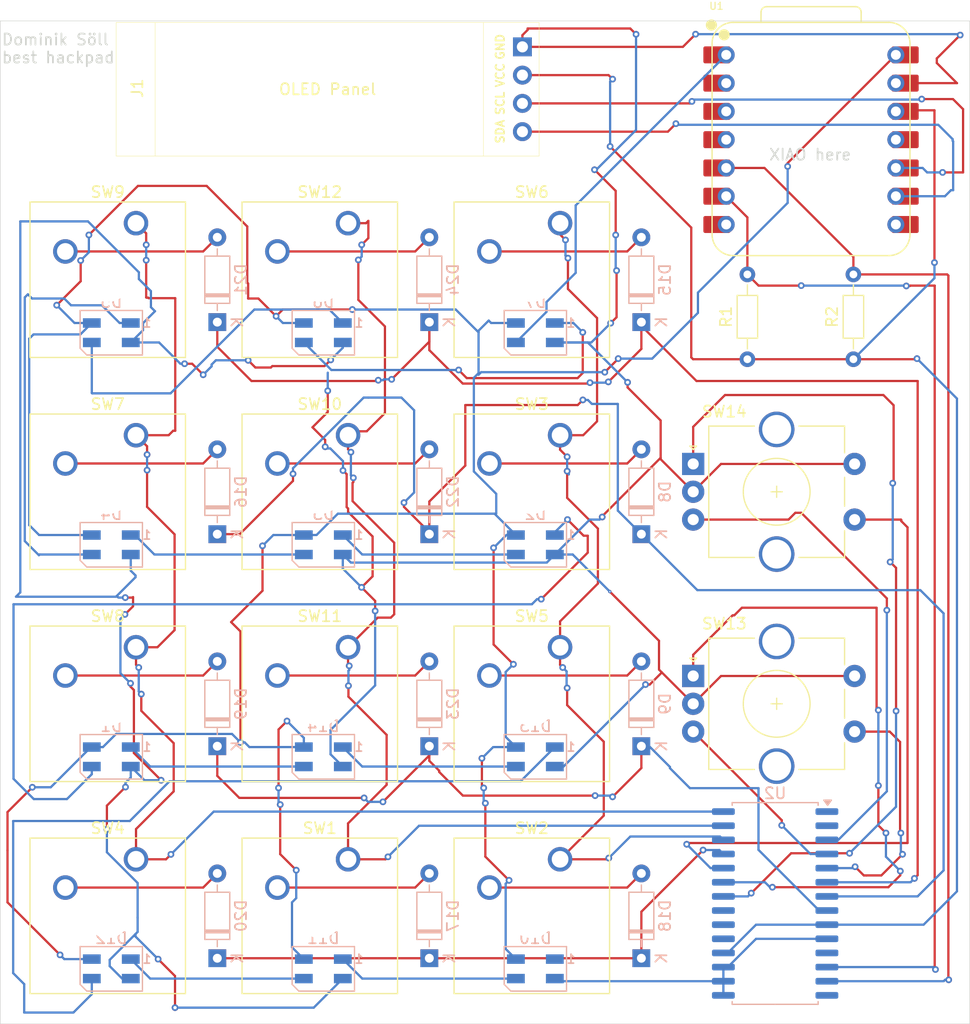
<source format=kicad_pcb>
(kicad_pcb (version 20240108) (generator "pcbnew") (generator_version "8.0")
  (layers (0 "F.Cu" signal) (31 "B.Cu" signal) (34 "B.Paste" user) (35 "F.Paste" user) (36 "B.SilkS" user "B.Silkscreen") (37 "F.SilkS" user "F.Silkscreen") (38 "B.Mask" user) (39 "F.Mask" user) (44 "Edge.Cuts" user))
  (net 0 "")
  (net 1 "+5V")
  (net 2 "GND")
  (net 3 "Net-(D1-DOUT)")
  (net 4 "Net-(D1-DIN)")
  (net 5 "Net-(D2-DIN)")
  (net 6 "Net-(D3-DIN)")
  (net 7 "Net-(D4-DIN)")
  (net 8 "Net-(D5-DIN)")
  (net 9 "Net-(D6-DIN)")
  (net 10 "LED")
  (net 11 "SW_L_2")
  (net 12 "Net-(D8-A)")
  (net 13 "SW_L_3")
  (net 14 "Net-(D9-A)")
  (net 16 "Net-(D10-DIN)")
  (net 17 "Net-(D11-DIN)")
  (net 18 "Net-(D12-DIN)")
  (net 19 "Net-(D13-DIN)")
  (net 20 "SW_L_1")
  (net 21 "Net-(D15-A)")
  (net 22 "Net-(D16-A)")
  (net 23 "Net-(D17-A)")
  (net 24 "Net-(D18-A)")
  (net 25 "Net-(D19-A)")
  (net 26 "Net-(D20-A)")
  (net 27 "Net-(D21-A)")
  (net 28 "Net-(D22-A)")
  (net 29 "Net-(D23-A)")
  (net 30 "Net-(D24-A)")
  (net 31 "OLED_3")
  (net 33 "OLED_2")
  (net 34 "Net-(U1-GPIO7{slash}SCL)")
  (net 35 "+3.3V")
  (net 36 "Net-(U1-GPIO6{slash}SDA)")
  (net 37 "SW_L_4")
  (net 38 "SW_S_3")
  (net 39 "SW_S_1")
  (net 40 "SW_S_2")
  (net 41 "RE_R_2")
  (net 42 "RE_R_1")
  (net 43 "RE_S_1")
  (net 44 "RE_S_2")
  (net 45 "RE_R_3")
  (net 46 "RE_R_4")
  (footprint "Button_Switch_Keyboard:SW_Cherry_MX_1.00u_PCB" (layer "F.Cu") (at 140.335 54.45125)
    (property "Reference" "SW12")
    (property "Value" "SW_Push")
  )
  (footprint "Button_Switch_Keyboard:SW_Cherry_MX_1.00u_PCB" (layer "F.Cu") (at 159.385 73.50125)
    (property "Reference" "SW3")
    (property "Value" "SW_Push")
  )
  (footprint "Resistor_THT:R_Axial_DIN0204_L3.6mm_D1.6mm_P7.62mm_Horizontal" (layer "F.Cu") (at 176.2125 66.675 90)
    (property "Reference" "R1")
    (property "Value" "R")
  )
  (footprint "Button_Switch_Keyboard:SW_Cherry_MX_1.00u_PCB" (layer "F.Cu") (at 121.285 73.50125)
    (property "Reference" "SW7")
    (property "Value" "SW_Push")
  )
  (footprint "Button_Switch_Keyboard:SW_Cherry_MX_1.00u_PCB" (layer "F.Cu") (at 159.385 54.45125)
    (property "Reference" "SW6")
    (property "Value" "SW_Push")
  )
  (footprint "Button_Switch_Keyboard:SW_Cherry_MX_1.00u_PCB" (layer "F.Cu") (at 140.335 111.60125)
    (property "Reference" "SW1")
    (property "Value" "SW_Push")
  )
  (footprint "Button_Switch_Keyboard:SW_Cherry_MX_1.00u_PCB" (layer "F.Cu") (at 121.285 54.45125)
    (property "Reference" "SW9")
    (property "Value" "SW_Push")
  )
  (footprint "Button_Switch_Keyboard:SW_Cherry_MX_1.00u_PCB" (layer "F.Cu") (at 159.385 92.55125)
    (property "Reference" "SW5")
    (property "Value" "SW_Push")
  )
  (footprint "Resistor_THT:R_Axial_DIN0204_L3.6mm_D1.6mm_P7.62mm_Horizontal" (layer "F.Cu") (at 185.7375 66.675 90)
    (property "Reference" "R2")
    (property "Value" "R")
  )
  (footprint "Button_Switch_Keyboard:SW_Cherry_MX_1.00u_PCB" (layer "F.Cu") (at 140.335 73.50125)
    (property "Reference" "SW10")
    (property "Value" "SW_Push")
  )
  (footprint "Button_Switch_Keyboard:SW_Cherry_MX_1.00u_PCB" (layer "F.Cu") (at 140.335 92.55125)
    (property "Reference" "SW11")
    (property "Value" "SW_Push")
  )
  (footprint "Button_Switch_Keyboard:SW_Cherry_MX_1.00u_PCB" (layer "F.Cu") (at 159.385 111.60125)
    (property "Reference" "SW2")
    (property "Value" "SW_Push")
  )
  (footprint "OPL1:SSD1306-0.91-OLED-4pin-128x32" (layer "F.Cu") (at 119.5 36.42)
    (property "Reference" "J1")
    (property "Value" "OLED-128x32")
  )
  (footprint "Button_Switch_Keyboard:SW_Cherry_MX_1.00u_PCB" (layer "F.Cu") (at 121.285 111.60125)
    (property "Reference" "SW4")
    (property "Value" "SW_Push")
  )
  (footprint "Rotary_Encoder:RotaryEncoder_Alps_EC11E-Switch_Vertical_H20mm_CircularMountingHoles" (layer "F.Cu") (at 171.34375 76.08125)
    (property "Reference" "SW14")
    (property "Value" "RotaryEncoder_Switch")
  )
  (footprint "Rotary_Encoder:RotaryEncoder_Alps_EC11E-Switch_Vertical_H20mm_CircularMountingHoles" (layer "F.Cu") (at 171.34375 95.13125)
    (property "Reference" "SW13")
    (property "Value" "RotaryEncoder_Switch")
  )
  (footprint "OPL:XIAO-RP2040-DIP" (layer "F.Cu") (at 181.93 46.95)
    (property "Reference" "U1")
    (property "Value" "XIAO-RP2040-DIP")
  )
  (footprint "Button_Switch_Keyboard:SW_Cherry_MX_1.00u_PCB" (layer "F.Cu") (at 121.285 92.55125)
    (property "Reference" "SW8")
    (property "Value" "SW_Push")
  )
  (footprint "Diode_THT:D_DO-35_SOD27_P7.62mm_Horizontal" (layer "B.Cu") (at 166.6875 120.49125 90)
    (property "Reference" "D18")
    (property "Value" "D")
  )
  (footprint "LED_SMD:LED_SK6812MINI_PLCC4_3.5x3.5mm_P1.75mm" (layer "B.Cu") (at 157.1625 83.34375 180)
    (property "Reference" "D2")
    (property "Value" "SK6812MINI")
  )
  (footprint "Diode_THT:D_DO-35_SOD27_P7.62mm_Horizontal" (layer "B.Cu") (at 166.6875 63.34125 90)
    (property "Reference" "D15")
    (property "Value" "D")
  )
  (footprint "Diode_THT:D_DO-35_SOD27_P7.62mm_Horizontal" (layer "B.Cu") (at 128.5875 82.39125 90)
    (property "Reference" "D16")
    (property "Value" "D")
  )
  (footprint "Diode_THT:D_DO-35_SOD27_P7.62mm_Horizontal" (layer "B.Cu") (at 128.5875 63.34125 90)
    (property "Reference" "D21")
    (property "Value" "D")
  )
  (footprint "Diode_THT:D_DO-35_SOD27_P7.62mm_Horizontal" (layer "B.Cu") (at 147.6375 120.49125 90)
    (property "Reference" "D17")
    (property "Value" "D")
  )
  (footprint "Diode_THT:D_DO-35_SOD27_P7.62mm_Horizontal" (layer "B.Cu") (at 147.6375 82.39125 90)
    (property "Reference" "D22")
    (property "Value" "D")
  )
  (footprint "Package_SO:SOIC-28W_7.5x17.9mm_P1.27mm" (layer "B.Cu") (at 178.70625 115.57 180)
    (property "Reference" "U2")
    (property "Value" "MCP23017_SO")
  )
  (footprint "Diode_THT:D_DO-35_SOD27_P7.62mm_Horizontal" (layer "B.Cu") (at 128.5875 120.49125 90)
    (property "Reference" "D20")
    (property "Value" "D")
  )
  (footprint "LED_SMD:LED_SK6812MINI_PLCC4_3.5x3.5mm_P1.75mm" (layer "B.Cu") (at 119.0625 83.34375 180)
    (property "Reference" "D4")
    (property "Value" "SK6812MINI")
  )
  (footprint "LED_SMD:LED_SK6812MINI_PLCC4_3.5x3.5mm_P1.75mm" (layer "B.Cu") (at 138.1125 102.39375 180)
    (property "Reference" "D14")
    (property "Value" "SK6812MINI")
  )
  (footprint "LED_SMD:LED_SK6812MINI_PLCC4_3.5x3.5mm_P1.75mm" (layer "B.Cu") (at 119.0625 102.39375 180)
    (property "Reference" "D1")
    (property "Value" "SK6812MINI")
  )
  (footprint "Diode_THT:D_DO-35_SOD27_P7.62mm_Horizontal" (layer "B.Cu") (at 147.6375 101.44125 90)
    (property "Reference" "D23")
    (property "Value" "D")
  )
  (footprint "LED_SMD:LED_SK6812MINI_PLCC4_3.5x3.5mm_P1.75mm" (layer "B.Cu") (at 157.1625 121.44375 180)
    (property "Reference" "D10")
    (property "Value" "SK6812MINI")
  )
  (footprint "LED_SMD:LED_SK6812MINI_PLCC4_3.5x3.5mm_P1.75mm" (layer "B.Cu") (at 157.1625 102.39375 180)
    (property "Reference" "D13")
    (property "Value" "SK6812MINI")
  )
  (footprint "Diode_THT:D_DO-35_SOD27_P7.62mm_Horizontal" (layer "B.Cu") (at 166.6875 82.39125 90)
    (property "Reference" "D8")
    (property "Value" "D")
  )
  (footprint "Diode_THT:D_DO-35_SOD27_P7.62mm_Horizontal" (layer "B.Cu") (at 166.6875 101.44125 90)
    (property "Reference" "D9")
    (property "Value" "D")
  )
  (footprint "LED_SMD:LED_SK6812MINI_PLCC4_3.5x3.5mm_P1.75mm" (layer "B.Cu") (at 138.1125 121.44375 180)
    (property "Reference" "D11")
    (property "Value" "SK6812MINI")
  )
  (footprint "LED_SMD:LED_SK6812MINI_PLCC4_3.5x3.5mm_P1.75mm" (layer "B.Cu") (at 138.1125 64.29375 180)
    (property "Reference" "D6")
    (property "Value" "SK6812MINI")
  )
  (footprint "LED_SMD:LED_SK6812MINI_PLCC4_3.5x3.5mm_P1.75mm" (layer "B.Cu") (at 119.0625 64.29375 180)
    (property "Reference" "D5")
    (property "Value" "SK6812MINI")
  )
  (footprint "Diode_THT:D_DO-35_SOD27_P7.62mm_Horizontal" (layer "B.Cu") (at 147.6375 63.34125 90)
    (property "Reference" "D24")
    (property "Value" "D")
  )
  (footprint "LED_SMD:LED_SK6812MINI_PLCC4_3.5x3.5mm_P1.75mm" (layer "B.Cu") (at 157.1625 64.29375 180)
    (property "Reference" "D7")
    (property "Value" "SK6812MINI")
  )
  (footprint "LED_SMD:LED_SK6812MINI_PLCC4_3.5x3.5mm_P1.75mm" (layer "B.Cu") (at 138.1125 83.34375 180)
    (property "Reference" "D3")
    (property "Value" "SK6812MINI")
  )
  (footprint "Diode_THT:D_DO-35_SOD27_P7.62mm_Horizontal" (layer "B.Cu") (at 128.5875 101.44125 90)
    (property "Reference" "D19")
    (property "Value" "D")
  )
  (footprint "LED_SMD:LED_SK6812MINI_PLCC4_3.5x3.5mm_P1.75mm" (layer "B.Cu") (at 119.0625 121.44375 180)
    (property "Reference" "D12")
    (property "Value" "SK6812MINI")
  )
  (gr_rect (start 109.09 36.28) (end 196.19 126.39) (stroke (width 0.05)) (fill none) (layer "Edge.Cuts"))
  (gr_text "Dominik Söll\nbest hackpad" (at 109.15 40.15 0) (layer "Edge.Cuts") (effects (font (size 1 1)) (justify left bottom)))
  (gr_text "XIAO here" (at 178.09 48.88 0) (layer "Edge.Cuts") (effects (font (size 1 1)) (justify left bottom)))
  (segment (start 131.36 61.22) (end 132.28 61.22) (width 0.2) (layer "F.Cu") (net 1))
  (segment (start 153.41 83.61875) (end 153.41 92.3) (width 0.2) (layer "F.Cu") (net 1))
  (segment (start 109.74 110.8) (end 109.74 115.47) (width 0.2) (layer "F.Cu") (net 1))
  (segment (start 152.67 106.56) (end 152.67 111.36) (width 0.2) (layer "F.Cu") (net 1))
  (segment (start 132.65 87.47) (end 129.83 90.29) (width 0.2) (layer "F.Cu") (net 1))
  (segment (start 153.41 92.3) (end 155.19 94.08) (width 0.2) (layer "F.Cu") (net 1))
  (segment (start 134.24 106.685735) (end 134.24 111.14) (width 0.2) (layer "F.Cu") (net 1))
  (segment (start 132.65 83.44) (end 132.65 87.47) (width 0.2) (layer "F.Cu") (net 1))
  (segment (start 131.28 54.75) (end 131.28 59.793306) (width 0.2) (layer "F.Cu") (net 1))
  (segment (start 109.74 107.36) (end 109.74 110.8) (width 0.2) (layer "F.Cu") (net 1))
  (segment (start 129.83 90.29) (end 130.67 91.13) (width 0.2) (layer "F.Cu") (net 1))
  (segment (start 130.67 91.13) (end 130.67 101.1) (width 0.2) (layer "F.Cu") (net 1))
  (segment (start 117.05 55.51) (end 121.46 51.1) (width 0.2) (layer "F.Cu") (net 1))
  (segment (start 134.24 111.14) (end 135.68 112.58) (width 0.2) (layer "F.Cu") (net 1))
  (segment (start 133.87 62.81) (end 134.47 62.21) (width 0.2) (layer "F.Cu") (net 1))
  (segment (start 127.63 51.1) (end 131.28 54.75) (width 0.2) (layer "F.Cu") (net 1))
  (segment (start 134.85 99.18) (end 134.09 99.94) (width 0.2) (layer "F.Cu") (net 1))
  (segment (start 152.36 102.53) (end 152.36 105.03) (width 0.2) (layer "F.Cu") (net 1))
  (segment (start 189.55 39.33) (end 179.83 49.05) (width 0.2) (layer "F.Cu") (net 1))
  (segment (start 114.16 61.82) (end 116.313345 59.666655) (width 0.2) (layer "F.Cu") (net 1))
  (segment (start 121.46 51.1) (end 127.63 51.1) (width 0.2) (layer "F.Cu") (net 1))
  (segment (start 111.97 105.13) (end 109.74 107.36) (width 0.2) (layer "F.Cu") (net 1))
  (segment (start 164.61 66.62) (end 164.61 66.63) (width 0.2) (layer "F.Cu") (net 1))
  (segment (start 152.36 105.03) (end 152.52 105.19) (width 0.2) (layer "F.Cu") (net 1))
  (segment (start 134.47 62.21) (end 140.72 62.21) (width 0.2) (layer "F.Cu") (net 1))
  (segment (start 134.09 99.94) (end 134.09 105.19) (width 0.2) (layer "F.Cu") (net 1))
  (segment (start 116.313345 59.666655) (end 116.313345 57.803761) (width 0.2) (layer "F.Cu") (net 1))
  (segment (start 152.67 111.36) (end 154.8 113.49) (width 0.2) (layer "F.Cu") (net 1))
  (segment (start 179.83 49.05) (end 179.83 49.35) (width 0.2) (layer "F.Cu") (net 1))
  (segment (start 164.61 66.63) (end 163.4 67.84) (width 0.2) (layer "F.Cu") (net 1))
  (segment (start 132.28 61.22) (end 133.87 62.81) (width 0.2) (layer "F.Cu") (net 1))
  (segment (start 131.36 59.873306) (end 131.36 61.22) (width 0.2) (layer "F.Cu") (net 1))
  (segment (start 109.74 115.47) (end 114.46 120.19) (width 0.2) (layer "F.Cu") (net 1))
  (segment (start 131.28 59.793306) (end 131.36 59.873306) (width 0.2) (layer "F.Cu") (net 1))
  (via (at 134.09 105.19) (size 0.6) (drill 0.3) (layers "F.Cu" "B.Cu") (net 1))
  (via (at 134.24 106.685735) (size 0.6) (drill 0.3) (layers "F.Cu" "B.Cu") (net 1))
  (via (at 155.19 94.08) (size 0.6) (drill 0.3) (layers "F.Cu" "B.Cu") (net 1))
  (via (at 154.8 113.49) (size 0.6) (drill 0.3) (layers "F.Cu" "B.Cu") (net 1))
  (via (at 163.4 67.84) (size 0.6) (drill 0.3) (layers "F.Cu" "B.Cu") (net 1))
  (via (at 133.87 62.81) (size 0.6) (drill 0.3) (layers "F.Cu" "B.Cu") (net 1))
  (via (at 152.36 102.53) (size 0.6) (drill 0.3) (layers "F.Cu" "B.Cu") (net 1))
  (via (at 114.46 120.19) (size 0.6) (drill 0.3) (layers "F.Cu" "B.Cu") (net 1))
  (via (at 152.67 106.56) (size 0.6) (drill 0.3) (layers "F.Cu" "B.Cu") (net 1))
  (via (at 140.72 62.21) (size 0.6) (drill 0.3) (layers "F.Cu" "B.Cu") (net 1))
  (via (at 117.05 55.51) (size 0.6) (drill 0.3) (layers "F.Cu" "B.Cu") (net 1))
  (via (at 111.97 105.13) (size 0.6) (drill 0.3) (layers "F.Cu" "B.Cu") (net 1))
  (via (at 132.65 83.44) (size 0.6) (drill 0.3) (layers "F.Cu" "B.Cu") (net 1))
  (via (at 116.313345 57.803761) (size 0.6) (drill 0.3) (layers "F.Cu" "B.Cu") (net 1))
  (via (at 179.83 49.35) (size 0.6) (drill 0.3) (layers "F.Cu" "B.Cu") (net 1))
  (via (at 164.61 66.62) (size 0.6) (drill 0.3) (layers "F.Cu" "B.Cu") (net 1))
  (via (at 134.85 99.18) (size 0.6) (drill 0.3) (layers "F.Cu" "B.Cu") (net 1))
  (via (at 114.16 61.82) (size 0.6) (drill 0.3) (layers "F.Cu" "B.Cu") (net 1))
  (via (at 152.52 105.19) (size 0.6) (drill 0.3) (layers "F.Cu" "B.Cu") (net 1))
  (via (at 153.41 83.61875) (size 0.6) (drill 0.3) (layers "F.Cu" "B.Cu") (net 1))
  (via (at 135.68 112.58) (size 0.6) (drill 0.3) (layers "F.Cu" "B.Cu") (net 1))
  (via (at 130.67 101.1) (size 0.6) (drill 0.3) (layers "F.Cu" "B.Cu") (net 1))
  (segment (start 152.06 64.26) (end 152.06 64.11) (width 0.2) (layer "B.Cu") (net 1))
  (segment (start 114.46 120.19) (end 114.83875 120.56875) (width 0.2) (layer "B.Cu") (net 1))
  (segment (start 111.69 81.58) (end 112.57875 82.46875) (width 0.2) (layer "B.Cu") (net 1))
  (segment (start 152.06 68.07) (end 152.06 67.92) (width 0.2) (layer "B.Cu") (net 1))
  (segment (start 152.29 67.84) (end 152.06 68.07) (width 0.2) (layer "B.Cu") (net 1))
  (segment (start 152.06 64.11) (end 152.97 63.2) (width 0.2) (layer "B.Cu") (net 1))
  (segment (start 119.49 100.34125) (end 129.91125 100.34125) (width 0.2) (layer "B.Cu") (net 1))
  (segment (start 136.3625 82.46875) (end 133.62125 82.46875) (width 0.2) (layer "B.Cu") (net 1))
  (segment (start 136.3625 82.46875) (end 137.50125 82.46875) (width 0.2) (layer "B.Cu") (net 1))
  (segment (start 155.19 94.08) (end 154.495 94.775) (width 0.2) (layer "B.Cu") (net 1))
  (segment (start 179.83 49.35) (end 179.83 52.63) (width 0.2) (layer "B.Cu") (net 1))
  (segment (start 117.3125 63.41875) (end 115.75875 63.41875) (width 0.2) (layer "B.Cu") (net 1))
  (segment (start 114.83875 120.56875) (end 117.3125 120.56875) (width 0.2) (layer "B.Cu") (net 1))
  (segment (start 154.56 82.46875) (end 153.41 83.61875) (width 0.2) (layer "B.Cu") (net 1))
  (segment (start 129.91125 100.34125) (end 130.67 101.1) (width 0.2) (layer "B.Cu") (net 1))
  (segment (start 152.97 63.2) (end 153.18875 63.41875) (width 0.2) (layer "B.Cu") (net 1))
  (segment (start 153.65 78.769194) (end 153.65 80.55) (width 0.2) (layer "B.Cu") (net 1))
  (segment (start 116.2875 64.44375) (end 112.07625 64.44375) (width 0.2) (layer "B.Cu") (net 1))
  (segment (start 117.3125 101.51875) (end 118.3125 101.51875) (width 0.2) (layer "B.Cu") (net 1))
  (segment (start 116.313345 57.803761) (end 117.05 57.067106) (width 0.2) (layer "B.Cu") (net 1))
  (segment (start 135.3 115.47) (end 135.3 119.50625) (width 0.2) (layer "B.Cu") (net 1))
  (segment (start 134.09 105.19) (end 134.09 106.535735) (width 0.2) (layer "B.Cu") (net 1))
  (segment (start 152.52 105.19) (end 152.52 106.41) (width 0.2) (layer "B.Cu") (net 1))
  (segment (start 111.69 64.83) (end 111.69 81.58) (width 0.2) (layer "B.Cu") (net 1))
  (segment (start 117.05 57.067106) (end 117.05 55.51) (width 0.2) (layer "B.Cu") (net 1))
  (segment (start 171.77 60.69) (end 171.77 62.51) (width 0.2) (layer "B.Cu") (net 1))
  (segment (start 167.66 66.62) (end 164.61 66.62) (width 0.2) (layer "B.Cu") (net 1))
  (segment (start 171.77 62.51) (end 167.66 66.62) (width 0.2) (layer "B.Cu") (net 1))
  (segment (start 135.3 119.50625) (end 136.3625 120.56875) (width 0.2) (layer "B.Cu") (net 1))
  (segment (start 153.37125 101.51875) (end 152.36 102.53) (width 0.2) (layer "B.Cu") (net 1))
  (segment (start 139.42 80.55) (end 153.49375 80.55) (width 0.2) (layer "B.Cu") (net 1))
  (segment (start 155.4125 101.51875) (end 153.37125 101.51875) (width 0.2) (layer "B.Cu") (net 1))
  (segment (start 151.635 76.754194) (end 153.65 78.769194) (width 0.2) (layer "B.Cu") (net 1))
  (segment (start 115.75875 63.41875) (end 114.16 61.82) (width 0.2) (layer "B.Cu") (net 1))
  (segment (start 151.635 68.345) (end 151.635 76.754194) (width 0.2) (layer "B.Cu") (net 1))
  (segment (start 131.05 101.1) (end 131.46875 101.51875) (width 0.2) (layer "B.Cu") (net 1))
  (segment (start 112.57875 82.46875) (end 117.3125 82.46875) (width 0.2) (layer "B.Cu") (net 1))
  (segment (start 136.3625 100.6925) (end 134.85 99.18) (width 0.2) (layer "B.Cu") (net 1))
  (segment (start 179.83 52.63) (end 171.77 60.69) (width 0.2) (layer "B.Cu") (net 1))
  (segment (start 134.09 106.535735) (end 134.24 106.685735) (width 0.2) (layer "B.Cu") (net 1))
  (segment (start 117.2375 101.51875) (end 113.62625 105.13) (width 0.2) (layer "B.Cu") (net 1))
  (segment (start 113.62625 105.13) (end 111.97 105.13) (width 0.2) (layer "B.Cu") (net 1))
  (segment (start 137.50125 82.46875) (end 139.42 80.55) (width 0.2) (layer "B.Cu") (net 1))
  (segment (start 154.495 113.795) (end 154.495 119.65125) (width 0.2) (layer "B.Cu") (net 1))
  (segment (start 136.3625 101.51875) (end 136.3625 100.6925) (width 0.2) (layer "B.Cu") (net 1))
  (segment (start 131.46875 101.51875) (end 136.3625 101.51875) (width 0.2) (layer "B.Cu") (net 1))
  (segment (start 155.4125 82.46875) (end 154.56 82.46875) (width 0.2) (layer "B.Cu") (net 1))
  (segment (start 154.495 94.775) (end 154.495 100.60125) (width 0.2) (layer "B.Cu") (net 1))
  (segment (start 150.01 62.21) (end 152.06 64.26) (width 0.2) (layer "B.Cu") (net 1))
  (segment (start 130.67 101.1) (end 131.05 101.1) (width 0.2) (layer "B.Cu") (net 1))
  (segment (start 118.3125 101.51875) (end 119.49 100.34125) (width 0.2) (layer "B.Cu") (net 1))
  (segment (start 133.62125 82.46875) (end 132.65 83.44) (width 0.2) (layer "B.Cu") (net 1))
  (segment (start 134.47875 63.41875) (end 133.87 62.81) (width 0.2) (layer "B.Cu") (net 1))
  (segment (start 154.8 113.49) (end 154.495 113.795) (width 0.2) (layer "B.Cu") (net 1))
  (segment (start 140.72 62.21) (end 150.01 62.21) (width 0.2) (layer "B.Cu") (net 1))
  (segment (start 163.4 67.84) (end 152.29 67.84) (width 0.2) (layer "B.Cu") (net 1))
  (segment (start 135.68 112.58) (end 135.68 115.09) (width 0.2) (layer "B.Cu") (net 1))
  (segment (start 135.68 115.09) (end 135.3 115.47) (width 0.2) (layer "B.Cu") (net 1))
  (segment (start 153.49375 80.55) (end 155.4125 82.46875) (width 0.2) (layer "B.Cu") (net 1))
  (segment (start 112.07625 64.44375) (end 111.69 64.83) (width 0.2) (layer "B.Cu") (net 1))
  (segment (start 152.52 106.41) (end 152.67 106.56) (width 0.2) (layer "B.Cu") (net 1))
  (segment (start 117.3125 63.41875) (end 116.2875 64.44375) (width 0.2) (layer "B.Cu") (net 1))
  (segment (start 154.495 119.65125) (end 155.4125 120.56875) (width 0.2) (layer "B.Cu") (net 1))
  (segment (start 154.495 100.60125) (end 155.4125 101.51875) (width 0.2) (layer "B.Cu") (net 1))
  (segment (start 152.06 67.92) (end 152.06 64.26) (width 0.2) (layer "B.Cu") (net 1))
  (segment (start 153.18875 63.41875) (end 155.4125 63.41875) (width 0.2) (layer "B.Cu") (net 1))
  (segment (start 152.06 67.92) (end 151.635 68.345) (width 0.2) (layer "B.Cu") (net 1))
  (segment (start 117.3125 101.51875) (end 117.2375 101.51875) (width 0.2) (layer "B.Cu") (net 1))
  (segment (start 136.3625 63.41875) (end 134.47875 63.41875) (width 0.2) (layer "B.Cu") (net 1))
  (segment (start 162.48 49.65) (end 164.38 51.55) (width 0.2) (layer "F.Cu") (net 2))
  (segment (start 168.52625 94.81375) (end 168.27 94.5575) (width 0.2) (layer "F.Cu") (net 2))
  (segment (start 138.77614 66.73386) (end 138.22 67.29) (width 0.2) (layer "F.Cu") (net 2))
  (segment (start 167.06 95.9) (end 167.44 95.9) (width 0.2) (layer "F.Cu") (net 2))
  (segment (start 142.54 86.18) (end 142.54 82.6) (width 0.2) (layer "F.Cu") (net 2))
  (segment (start 138.51 71.42) (end 138.51 69.51) (width 0.2) (layer "F.Cu") (net 2))
  (segment (start 165.45 69.21) (end 165.45 68.75) (width 0.2) (layer "F.Cu") (net 2))
  (segment (start 173.84375 95.13125) (end 171.34375 97.63125) (width 0.2) (layer "F.Cu") (net 2))
  (segment (start 126.33 67.08) (end 125.65 67.08) (width 0.2) (layer "F.Cu") (net 2))
  (segment (start 121.02 88.87) (end 121.02 88.05) (width 0.2) (layer "F.Cu") (net 2))
  (segment (start 164.46 62.9) (end 163.93 63.43) (width 0.2) (layer "F.Cu") (net 2))
  (segment (start 118.67 108.91) (end 118.67 106.78) (width 0.2) (layer "F.Cu") (net 2))
  (segment (start 171.34375 97.63125) (end 168.52625 94.81375) (width 0.2) (layer "F.Cu") (net 2))
  (segment (start 142.54 82.6) (end 140.34 80.4) (width 0.2) (layer "F.Cu") (net 2))
  (segment (start 168.27 91.97) (end 163.85 87.55) (width 0.2) (layer "F.Cu") (net 2))
  (segment (start 156.47 37.09) (end 156.47 36.96) (width 0.2) (layer "F.Cu") (net 2))
  (segment (start 168.27 94.55) (end 168.27 91.97) (width 0.2) (layer "F.Cu") (net 2))
  (segment (start 142.77 89.29) (end 142.77 88.39) (width 0.2) (layer "F.Cu") (net 2))
  (segment (start 120.98 88.09) (end 120.32 88.09) (width 0.2) (layer "F.Cu") (net 2))
  (segment (start 185.86875 76.08125) (end 186 75.95) (width 0.2) (layer "F.Cu") (net 2))
  (segment (start 141.55 87.17) (end 142.54 86.18) (width 0.2) (layer "F.Cu") (net 2))
  (segment (start 185.84375 95.13125) (end 173.84375 95.13125) (width 0.2) (layer "F.Cu") (net 2))
  (segment (start 120.99 96.29) (end 120.79 96.09) (width 0.2) (layer "F.Cu") (net 2))
  (segment (start 185.86875 76.08125) (end 185.84375 76.08125) (width 0.2) (layer "F.Cu") (net 2))
  (segment (start 140.34 80.09) (end 140.21 79.96) (width 0.2) (layer "F.Cu") (net 2))
  (segment (start 168.42 75.53) (end 168.42 72.18) (width 0.2) (layer "F.Cu") (net 2))
  (segment (start 123.54 104.5) (end 121.095 102.055) (width 0.2) (layer "F.Cu") (net 2))
  (segment (start 156 37.56) (end 156.47 37.09) (width 0.2) (layer "F.Cu") (net 2))
  (segment (start 132.01 67.42) (end 131.36 66.77) (width 0.2) (layer "F.Cu") (net 2))
  (segment (start 121.095 96.395) (end 120.99 96.29) (width 0.2) (layer "F.Cu") (net 2))
  (segment (start 138.22 67.29) (end 133.53 67.29) (width 0.2) (layer "F.Cu") (net 2))
  (segment (start 156.47 36.96) (end 165.69 36.96) (width 0.2) (layer "F.Cu") (net 2))
  (segment (start 195.33 37.55) (end 193.23 39.65) (width 0.2) (layer "F.Cu") (net 2))
  (segment (start 140.21 77) (end 139.88 76.67) (width 0.2) (layer "F.Cu") (net 2))
  (segment (start 124.79 124.93) (end 124.79 122.09) (width 0.2) (layer "F.Cu") (net 2))
  (segment (start 168.27 94.5575) (end 168.27 94.55) (width 0.2) (layer "F.Cu") (net 2))
  (segment (start 171.34375 78.58125) (end 168.42 75.6575) (width 0.2) (layer "F.Cu") (net 2))
  (segment (start 156 38.61) (end 170.42 38.61) (width 0.2) (layer "F.Cu") (net 2))
  (segment (start 120.29 89.6) (end 121.02 88.87) (width 0.2) (layer "F.Cu") (net 2))
  (segment (start 118.67 106.78) (end 120.34 105.11) (width 0.2) (layer "F.Cu") (net 2))
  (segment (start 193.23 39.65) (end 193.23 40.06) (width 0.2) (layer "F.Cu") (net 2))
  (segment (start 138.28 73.93) (end 137.14 72.79) (width 0.2) (layer "F.Cu") (net 2))
  (segment (start 163.17 80.78) (end 163.17 80.85) (width 0.2) (layer "F.Cu") (net 2))
  (segment (start 168.42 75.53) (end 163.17 80.78) (width 0.2) (layer "F.Cu") (net 2))
  (segment (start 167.44 95.9) (end 168.52625 94.81375) (width 0.2) (layer "F.Cu") (net 2))
  (segment (start 133.53 67.29) (end 133.4 67.42) (width 0.2) (layer "F.Cu") (net 2))
  (segment (start 165.69 36.96) (end 166.21 37.48) (width 0.2) (layer "F.Cu") (net 2))
  (segment (start 164.46 58.71) (end 164.46 62.9) (width 0.2) (layer "F.Cu") (net 2))
  (segment (start 185.84375 76.08125) (end 173.84375 76.08125) (width 0.2) (layer "F.Cu") (net 2))
  (segment (start 133.4 67.42) (end 132.01 67.42) (width 0.2) (layer "F.Cu") (net 2))
  (segment (start 168.42 75.6575) (end 168.42 75.53) (width 0.2) (layer "F.Cu") (net 2))
  (segment (start 137.14 72.79) (end 138.51 71.42) (width 0.2) (layer "F.Cu") (net 2))
  (segment (start 121.02 88.05) (end 120.98 88.09) (width 0.2) (layer "F.Cu") (net 2))
  (segment (start 142.77 88.39) (end 141.55 87.17) (width 0.2) (layer "F.Cu") (net 2))
  (segment (start 121.095 102.055) (end 121.095 96.395) (width 0.2) (layer "F.Cu") (net 2))
  (segment (start 120.79 96.09) (end 120.79 95.79) (width 0.2) (layer "F.Cu") (net 2))
  (segment (start 168.42 72.18) (end 165.45 69.21) (width 0.2) (layer "F.Cu") (net 2))
  (segment (start 193.23 40.06) (end 195.04 41.87) (width 0.2) (layer "F.Cu") (net 2))
  (segment (start 164.38 51.55) (end 164.38 55.51) (width 0.2) (layer "F.Cu") (net 2))
  (segment (start 140.34 80.4) (end 140.34 80.09) (width 0.2) (layer "F.Cu") (net 2))
  (segment (start 140.21 79.96) (end 140.21 77) (width 0.2) (layer "F.Cu") (net 2))
  (segment (start 124.79 122.09) (end 123.27 120.57) (width 0.2) (layer "F.Cu") (net 2))
  (segment (start 195.04 41.87) (end 189.55 41.87) (width 0.2) (layer "F.Cu") (net 2))
  (segment (start 173.84375 76.08125) (end 171.34375 78.58125) (width 0.2) (layer "F.Cu") (net 2))
  (segment (start 138.28 74.54) (end 138.28 73.93) (width 0.2) (layer "F.Cu") (net 2))
  (segment (start 156 38.61) (end 156 37.56) (width 0.2) (layer "F.Cu") (net 2))
  (segment (start 127.32 68.07) (end 126.33 67.08) (width 0.2) (layer "F.Cu") (net 2))
  (segment (start 170.42 38.61) (end 171.56 37.47) (width 0.2) (layer "F.Cu") (net 2))
  (via (at 166.21 37.48) (size 0.6) (drill 0.3) (layers "F.Cu" "B.Cu") (net 2))
  (via (at 164.46 58.71) (size 0.6) (drill 0.3) (layers "F.Cu" "B.Cu") (net 2))
  (via (at 123.27 120.57) (size 0.6) (drill 0.3) (layers "F.Cu" "B.Cu") (net 2))
  (via (at 120.79 95.79) (size 0.6) (drill 0.3) (layers "F.Cu" "B.Cu") (net 2))
  (via (at 167.06 95.9) (size 0.6) (drill 0.3) (layers "F.Cu" "B.Cu") (net 2))
  (via (at 118.67 108.91) (size 0.6) (drill 0.3) (layers "F.Cu" "B.Cu") (net 2))
  (via (at 131.36 66.77) (size 0.6) (drill 0.3) (layers "F.Cu" "B.Cu") (net 2))
  (via (at 139.88 76.67) (size 0.6) (drill 0.3) (layers "F.Cu" "B.Cu") (net 2))
  (via (at 138.77614 66.73386) (size 0.6) (drill 0.3) (layers "F.Cu" "B.Cu") (net 2))
  (via (at 162.48 49.65) (size 0.6) (drill 0.3) (layers "F.Cu" "B.Cu") (net 2))
  (via (at 120.34 105.11) (size 0.6) (drill 0.3) (layers "F.Cu" "B.Cu") (net 2))
  (via (at 171.56 37.47) (size 0.6) (drill 0.3) (layers "F.Cu" "B.Cu") (net 2))
  (via (at 138.28 74.54) (size 0.6) (drill 0.3) (layers "F.Cu" "B.Cu") (net 2))
  (via micro (at 163.85 87.55) (size 0.3) (drill 0.1) (layers "F.Cu" "B.Cu") (net 2))
  (via (at 165.45 68.75) (size 0.6) (drill 0.3) (layers "F.Cu" "B.Cu") (net 2))
  (via (at 127.32 68.07) (size 0.6) (drill 0.3) (layers "F.Cu" "B.Cu") (net 2))
  (via (at 163.93 63.43) (size 0.6) (drill 0.3) (layers "F.Cu" "B.Cu") (net 2))
  (via (at 120.32 88.09) (size 0.6) (drill 0.3) (layers "F.Cu" "B.Cu") (net 2))
  (via (at 163.17 80.85) (size 0.6) (drill 0.3) (layers "F.Cu" "B.Cu") (net 2))
  (via (at 120.29 89.6) (size 0.6) (drill 0.3) (layers "F.Cu" "B.Cu") (net 2))
  (via (at 141.55 87.17) (size 0.6) (drill 0.3) (layers "F.Cu" "B.Cu") (net 2))
  (via (at 142.77 89.29) (size 0.6) (drill 0.3) (layers "F.Cu" "B.Cu") (net 2))
  (via (at 123.54 104.5) (size 0.6) (drill 0.3) (layers "F.Cu" "B.Cu") (net 2))
  (via (at 124.79 124.93) (size 0.6) (drill 0.3) (layers "F.Cu" "B.Cu") (net 2))
  (via (at 125.65 67.08) (size 0.6) (drill 0.3) (layers "F.Cu" "B.Cu") (net 2))
  (via (at 195.33 37.55) (size 0.6) (drill 0.3) (layers "F.Cu" "B.Cu") (net 2))
  (via (at 164.38 55.51) (size 0.6) (drill 0.3) (layers "F.Cu" "B.Cu") (net 2))
  (via (at 138.51 69.51) (size 0.6) (drill 0.3) (layers "F.Cu" "B.Cu") (net 2))
  (segment (start 110.51 88) (end 110.51 88.01) (width 0.2) (layer "B.Cu") (net 2))
  (segment (start 119.49 88.01) (end 119.56 87.94) (width 0.2) (layer "B.Cu") (net 2))
  (segment (start 122.625 60.555) (end 121.54 59.47) (width 0.2) (layer "B.Cu") (net 2))
  (segment (start 121.43 113.726149) (end 118.67 110.966149) (width 0.2) (layer "B.Cu") (net 2))
  (segment (start 121.238125 118.538125) (end 121.238125 118.318125) (width 0.2) (layer "B.Cu") (net 2))
  (segment (start 163.85 87.55) (end 160.51875 84.21875) (width 0.2) (layer "B.Cu") (net 2))
  (segment (start 139.8625 65.16875) (end 139.8625 65.6475) (width 0.2) (layer "B.Cu") (net 2))
  (segment (start 162.638529 49.65) (end 162.48 49.65) (width 0.2) (layer "B.Cu") (net 2))
  (segment (start 125.65 67.08) (end 125.27 67.08) (width 0.2) (layer "B.Cu") (net 2))
  (segment (start 123.27 120.57) (end 121.238125 118.538125) (width 0.2) (layer "B.Cu") (net 2))
  (segment (start 162.05125 81.08) (end 158.9125 84.21875) (width 0.2) (layer "B.Cu") (net 2))
  (segment (start 120.34 104.72) (end 120.8125 104.2475) (width 0.2) (layer "B.Cu") (net 2))
  (segment (start 159.14875 122.555) (end 158.9125 122.31875) (width 0.2) (layer "B.Cu") (net 2))
  (segment (start 118.92 121.2) (end 118.92 120.63625) (width 0.2) (layer "B.Cu") (net 2))
  (segment (start 120.32 88.09) (end 119.71 88.09) (width 0.2) (layer "B.Cu") (net 2))
  (segment (start 162.94 81.08) (end 162.05125 81.08) (width 0.2) (layer "B.Cu") (net 2))
  (segment (start 120.34 105.11) (end 120.34 104.72) (width 0.2) (layer "B.Cu") (net 2))
  (segment (start 128.46 66.77) (end 128.08 67.15) (width 0.2) (layer "B.Cu") (net 2))
  (segment (start 137.25125 124.93) (end 124.79 124.93) (width 0.2) (layer "B.Cu") (net 2))
  (segment (start 121.24 86.1) (end 120.8125 85.6725) (width 0.2) (layer "B.Cu") (net 2))
  (segment (start 119.885 94.885) (end 119.885 90.005) (width 0.2) (layer "B.Cu") (net 2))
  (segment (start 120.8125 122.31875) (end 120.03875 122.31875) (width 0.2) (layer "B.Cu") (net 2))
  (segment (start 119.885 90.005) (end 120.29 89.6) (width 0.2) (layer "B.Cu") (net 2))
  (segment (start 163.17 80.85) (end 162.94 81.08) (width 0.2) (layer "B.Cu") (net 2))
  (segment (start 120.8125 103.26875) (end 122.04375 104.5) (width 0.2) (layer "B.Cu") (net 2))
  (segment (start 122.04375 104.5) (end 123.54 104.5) (width 0.2) (layer "B.Cu") (net 2))
  (segment (start 122.625 61.995) (end 122.625 60.555) (width 0.2) (layer "B.Cu") (net 2))
  (segment (start 118.92 120.63625) (end 121.238125 118.318125) (width 0.2) (layer "B.Cu") (net 2))
  (segment (start 174.05625 121.285) (end 174.05625 122.555) (width 0.2) (layer "B.Cu") (net 2))
  (segment (start 138.43 74.69) (end 138.28 74.54) (width 0.2) (layer "B.Cu") (net 2))
  (segment (start 138.51 69.51) (end 138.51 67.881936) (width 0.2) (layer "B.Cu") (net 2))
  (segment (start 128.08 67.31) (end 127.32 68.07) (width 0.2) (layer "B.Cu") (net 2))
  (segment (start 116.97 54.29) (end 110.89 54.29) (width 0.2) (layer "B.Cu") (net 2))
  (segment (start 195.25 37.47) (end 195.33 37.55) (width 0.2) (layer "B.Cu") (net 2))
  (segment (start 174.05625 123.825) (end 174.05625 122.555) (width 0.2) (layer "B.Cu") (net 2))
  (segment (start 121.24 86.26) (end 121.24 86.1) (width 0.2) (layer "B.Cu") (net 2))
  (segment (start 120.03875 122.31875) (end 118.92 121.2) (width 0.2) (layer "B.Cu") (net 2))
  (segment (start 164.38 55.51) (end 164.38 58.63) (width 0.2) (layer "B.Cu") (net 2))
  (segment (start 140.5875 84.94375) (end 158.1875 84.94375) (width 0.2) (layer "B.Cu") (net 2))
  (segment (start 110.51 88.01) (end 119.49 88.01) (width 0.2) (layer "B.Cu") (net 2))
  (segment (start 161.86875 65.16875) (end 158.9125 65.16875) (width 0.2) (layer "B.Cu") (net 2))
  (segment (start 160.51875 84.21875) (end 158.9125 84.21875) (width 0.2) (layer "B.Cu") (net 2))
  (segment (start 110.89 87.62) (end 110.51 88) (width 0.2) (layer "B.Cu") (net 2))
  (segment (start 176.991802 118.745) (end 174.451802 121.285) (width 0.2) (layer "B.Cu") (net 2))
  (segment (start 119.71 88.09) (end 119.56 87.94) (width 0.2) (layer "B.Cu") (net 2))
  (segment (start 118.67 110.966149) (end 118.67 108.91) (width 0.2) (layer "B.Cu") (net 2))
  (segment (start 121.54 58.86) (end 116.97 54.29) (width 0.2) (layer "B.Cu") (net 2))
  (segment (start 174.451802 121.285) (end 174.05625 121.285) (width 0.2) (layer "B.Cu") (net 2))
  (segment (start 110.89 54.29) (end 110.89 87.62) (width 0.2) (layer "B.Cu") (net 2))
  (segment (start 120.8125 104.2475) (end 120.8125 103.26875) (width 0.2) (layer "B.Cu") (net 2))
  (segment (start 139.8625 84.21875) (end 139.8625 85.4825) (width 0.2) (layer "B.Cu") (net 2))
  (segment (start 139.8625 103.26875) (end 138.7625 102.16875) (width 0.2) (layer "B.Cu") (net 2))
  (segment (start 164.38 58.63) (end 164.46 58.71) (width 0.2) (layer "B.Cu") (net 2))
  (segment (start 122.99 62.36) (end 122.625 61.995) (width 0.2) (layer "B.Cu") (net 2))
  (segment (start 131.36 66.77) (end 128.46 66.77) (width 0.2) (layer "B.Cu") (net 2))
  (segment (start 121.43 118.12625) (end 121.43 116.83) (width 0.2) (layer "B.Cu") (net 2))
  (segment (start 121.43 116.83) (end 121.43 113.726149) (width 0.2) (layer "B.Cu") (net 2))
  (segment (start 139.8625 122.31875) (end 137.25125 124.93) (width 0.2) (layer "B.Cu") (net 2))
  (segment (start 142.77 95.979652) (end 142.77 89.29) (width 0.2) (layer "B.Cu") (net 2))
  (segment (start 158.1875 84.94375) (end 158.9125 84.21875) (width 0.2) (layer "B.Cu") (net 2))
  (segment (start 138.74 74.69) (end 138.43 74.69) (width 0.2) (layer "B.Cu") (net 2))
  (segment (start 121.9125 63.4375) (end 122.99 62.36) (width 0.2) (layer "B.Cu") (net 2))
  (segment (start 128.08 67.15) (end 128.08 67.31) (width 0.2) (layer "B.Cu") (net 2))
  (segment (start 120.79 95.79) (end 119.885 94.885) (width 0.2) (layer "B.Cu") (net 2))
  (segment (start 165.45 68.75) (end 161.86875 65.16875) (width 0.2) (layer "B.Cu") (net 2))
  (segment (start 139.88 75.83) (end 138.74 74.69) (width 0.2) (layer "B.Cu") (net 2))
  (segment (start 163.93 63.43) (end 162.19125 65.16875) (width 0.2) (layer "B.Cu") (net 2))
  (segment (start 139.8625 85.4825) (end 141.55 87.17) (width 0.2) (layer "B.Cu") (net 2))
  (segment (start 166.21 37.48) (end 166.21 46.078529) (width 0.2) (layer "B.Cu") (net 2))
  (segment (start 121.238125 118.318125) (end 121.43 118.12625) (width 0.2) (layer "B.Cu") (net 2))
  (segment (start 121.54 59.47) (end 121.54 58.86) (width 0.2) (layer "B.Cu") (net 2))
  (segment (start 120.8125 65.16875) (end 121.9125 64.06875) (width 0.2) (layer "B.Cu") (net 2))
  (segment (start 171.56 37.47) (end 195.25 37.47) (width 0.2) (layer "B.Cu") (net 2))
  (segment (start 121.9125 64.06875) (end 121.9125 63.4375) (width 0.2) (layer "B.Cu") (net 2))
  (segment (start 139.8625 65.6475) (end 138.77614 66.73386) (width 0.2) (layer "B.Cu") (net 2))
  (segment (start 139.88 76.67) (end 139.88 75.83) (width 0.2) (layer "B.Cu") (net 2))
  (segment (start 138.7625 102.16875) (end 138.7625 99.987152) (width 0.2) (layer "B.Cu") (net 2))
  (segment (start 166.21 46.078529) (end 162.638529 49.65) (width 0.2) (layer "B.Cu") (net 2))
  (segment (start 174.05625 122.555) (end 159.14875 122.555) (width 0.2) (layer "B.Cu") (net 2))
  (segment (start 120.8125 85.6725) (end 120.8125 84.21875) (width 0.2) (layer "B.Cu") (net 2))
  (segment (start 123.35875 65.16875) (end 120.8125 65.16875) (width 0.2) (layer "B.Cu") (net 2))
  (segment (start 139.8625 84.21875) (end 140.5875 84.94375) (width 0.2) (layer "B.Cu") (net 2))
  (segment (start 119.56 87.94) (end 121.24 86.26) (width 0.2) (layer "B.Cu") (net 2))
  (segment (start 138.7625 99.987152) (end 142.77 95.979652) (width 0.2) (layer "B.Cu") (net 2))
  (segment (start 159.69125 103.26875) (end 167.06 95.9) (width 0.2) (layer "B.Cu") (net 2))
  (segment (start 125.27 67.08) (end 123.35875 65.16875) (width 0.2) (layer "B.Cu") (net 2))
  (segment (start 183.35625 118.745) (end 176.991802 118.745) (width 0.2) (layer "B.Cu") (net 2))
  (segment (start 162.19125 65.16875) (end 158.9125 65.16875) (width 0.2) (layer "B.Cu") (net 2))
  (segment (start 158.9125 103.26875) (end 159.69125 103.26875) (width 0.2) (layer "B.Cu") (net 2))
  (segment (start 122.5625 103.26875) (end 136.3625 103.26875) (width 0.2) (layer "B.Cu") (net 3))
  (segment (start 120.8125 101.51875) (end 122.5625 103.26875) (width 0.2) (layer "B.Cu") (net 3))
  (segment (start 161.5 82.53) (end 161.87 82.53) (width 0.2) (layer "F.Cu") (net 4))
  (segment (start 160.05 81.08) (end 161.5 82.53) (width 0.2) (layer "F.Cu") (net 4))
  (segment (start 161.87 84.05) (end 157.69 88.23) (width 0.2) (layer "F.Cu") (net 4))
  (segment (start 161.87 82.53) (end 161.87 84.05) (width 0.2) (layer "F.Cu") (net 4))
  (via (at 160.05 81.08) (size 0.6) (drill 0.3) (layers "F.Cu" "B.Cu") (net 4))
  (via (at 157.69 88.23) (size 0.6) (drill 0.3) (layers "F.Cu" "B.Cu") (net 4))
  (segment (start 156.85 88.69) (end 110.28 88.69) (width 0.2) (layer "B.Cu") (net 4))
  (segment (start 157.69 88.23) (end 157.31 88.23) (width 0.2) (layer "B.Cu") (net 4))
  (segment (start 158.9125 82.46875) (end 158.9125 82.2175) (width 0.2) (layer "B.Cu") (net 4))
  (segment (start 112.1 106.19) (end 115.08 106.19) (width 0.2) (layer "B.Cu") (net 4))
  (segment (start 117.3125 103.9575) (end 117.3125 103.26875) (width 0.2) (layer "B.Cu") (net 4))
  (segment (start 110.28 88.69) (end 110.28 104.37) (width 0.2) (layer "B.Cu") (net 4))
  (segment (start 110.28 104.37) (end 112.1 106.19) (width 0.2) (layer "B.Cu") (net 4))
  (segment (start 157.31 88.23) (end 156.85 88.69) (width 0.2) (layer "B.Cu") (net 4))
  (segment (start 158.9125 82.2175) (end 160.05 81.08) (width 0.2) (layer "B.Cu") (net 4))
  (segment (start 115.08 106.19) (end 117.3125 103.9575) (width 0.2) (layer "B.Cu") (net 4))
  (segment (start 139.8625 82.46875) (end 141.6125 84.21875) (width 0.2) (layer "B.Cu") (net 5))
  (segment (start 141.6125 84.21875) (end 155.4125 84.21875) (width 0.2) (layer "B.Cu") (net 5))
  (segment (start 120.8125 82.46875) (end 121.1875 82.46875) (width 0.2) (layer "B.Cu") (net 6))
  (segment (start 122.9375 84.21875) (end 136.3625 84.21875) (width 0.2) (layer "B.Cu") (net 6))
  (segment (start 121.1875 82.46875) (end 122.9375 84.21875) (width 0.2) (layer "B.Cu") (net 6))
  (segment (start 115.45 61.83) (end 114.84 61.22) (width 0.2) (layer "B.Cu") (net 7))
  (segment (start 111.29 83.01) (end 112.56 84.28) (width 0.2) (layer "B.Cu") (net 7))
  (segment (start 114.84 61.22) (end 111.95 61.22) (width 0.2) (layer "B.Cu") (net 7))
  (segment (start 118.22375 61.83) (end 115.45 61.83) (width 0.2) (layer "B.Cu") (net 7))
  (segment (start 120.8125 63.41875) (end 119.8125 63.41875) (width 0.2) (layer "B.Cu") (net 7))
  (segment (start 111.57 60.84) (end 111.29 61.12) (width 0.2) (layer "B.Cu") (net 7))
  (segment (start 119.8125 63.41875) (end 118.22375 61.83) (width 0.2) (layer "B.Cu") (net 7))
  (segment (start 111.95 61.22) (end 111.57 60.84) (width 0.2) (layer "B.Cu") (net 7))
  (segment (start 112.62125 84.21875) (end 117.3125 84.21875) (width 0.2) (layer "B.Cu") (net 7))
  (segment (start 111.29 61.12) (end 111.29 83.01) (width 0.2) (layer "B.Cu") (net 7))
  (segment (start 112.56 84.28) (end 112.62125 84.21875) (width 0.2) (layer "B.Cu") (net 7))
  (segment (start 117.3125 69.7025) (end 117.3125 65.16875) (width 0.2) (layer "B.Cu") (net 8))
  (segment (start 131.91875 62.21) (end 124.38875 69.74) (width 0.2) (layer "B.Cu") (net 8))
  (segment (start 139.8625 63.41875) (end 138.65375 62.21) (width 0.2) (layer "B.Cu") (net 8))
  (segment (start 117.35 69.74) (end 117.3125 69.7025) (width 0.2) (layer "B.Cu") (net 8))
  (segment (start 124.38875 69.74) (end 117.35 69.74) (width 0.2) (layer "B.Cu") (net 8))
  (segment (start 138.65375 62.21) (end 131.91875 62.21) (width 0.2) (layer "B.Cu") (net 8))
  (segment (start 161.42 67.91) (end 160.96 68.37) (width 0.2) (layer "F.Cu") (net 9))
  (segment (start 160.96 68.37) (end 150.99853 68.37) (width 0.2) (layer "F.Cu") (net 9))
  (segment (start 161.42 64.26) (end 161.42 67.91) (width 0.2) (layer "F.Cu") (net 9))
  (segment (start 150.99853 68.37) (end 150.269265 67.640735) (width 0.2) (layer "F.Cu") (net 9))
  (via (at 150.269265 67.640735) (size 0.6) (drill 0.3) (layers "F.Cu" "B.Cu") (net 9))
  (via (at 161.42 64.26) (size 0.6) (drill 0.3) (layers "F.Cu" "B.Cu") (net 9))
  (segment (start 138.834485 67.640735) (end 136.3625 65.16875) (width 0.2) (layer "B.Cu") (net 9))
  (segment (start 150.269265 67.640735) (end 138.834485 67.640735) (width 0.2) (layer "B.Cu") (net 9))
  (segment (start 158.9125 63.41875) (end 160.57875 63.41875) (width 0.2) (layer "B.Cu") (net 9))
  (segment (start 160.57875 63.41875) (end 161.42 64.26) (width 0.2) (layer "B.Cu") (net 9))
  (segment (start 158.164826 62.416424) (end 158.164826 61.534826) (width 0.2) (layer "B.Cu") (net 10))
  (segment (start 155.4125 65.16875) (end 158.164826 62.416424) (width 0.2) (layer "B.Cu") (net 10))
  (segment (start 158.164826 61.534826) (end 160.785 58.914652) (width 0.2) (layer "B.Cu") (net 10))
  (segment (start 160.785 52.855) (end 174.31 39.33) (width 0.2) (layer "B.Cu") (net 10))
  (segment (start 160.785 58.914652) (end 160.785 52.855) (width 0.2) (layer "B.Cu") (net 10))
  (segment (start 150.87 70.79) (end 160.97 70.79) (width 0.2) (layer "F.Cu") (net 11))
  (segment (start 150.87 76.226351) (end 150.87 70.79) (width 0.2) (layer "F.Cu") (net 11))
  (segment (start 147.6375 82.2175) (end 147.6375 82.39125) (width 0.2) (layer "F.Cu") (net 11))
  (segment (start 160.97 70.79) (end 161.43 70.33) (width 0.2) (layer "F.Cu") (net 11))
  (segment (start 147.6375 79.458851) (end 150.87 76.226351) (width 0.2) (layer "F.Cu") (net 11))
  (segment (start 145.36 79.94) (end 147.6375 82.2175) (width 0.2) (layer "F.Cu") (net 11))
  (segment (start 147.6375 82.39125) (end 147.6375 79.458851) (width 0.2) (layer "F.Cu") (net 11))
  (segment (start 135.39 77.603306) (end 135.39 76.97) (width 0.2) (layer "F.Cu") (net 11))
  (segment (start 130.602056 82.39125) (end 135.39 77.603306) (width 0.2) (layer "F.Cu") (net 11))
  (segment (start 128.5875 82.39125) (end 130.602056 82.39125) (width 0.2) (layer "F.Cu") (net 11))
  (segment (start 145.36 79.56) (end 145.36 79.94) (width 0.2) (layer "F.Cu") (net 11))
  (via (at 145.36 79.56) (size 0.6) (drill 0.3) (layers "F.Cu" "B.Cu") (net 11))
  (via (at 161.43 70.33) (size 0.6) (drill 0.3) (layers "F.Cu" "B.Cu") (net 11))
  (via (at 135.39 76.97) (size 0.6) (drill 0.3) (layers "F.Cu" "B.Cu") (net 11))
  (segment (start 193.84 112.6) (end 193.84 89.51) (width 0.2) (layer "B.Cu") (net 11))
  (segment (start 193.84 89.51) (end 191.75 87.42) (width 0.2) (layer "B.Cu") (net 11))
  (segment (start 145.13 70.12) (end 146.27 71.26) (width 0.2) (layer "B.Cu") (net 11))
  (segment (start 141.736351 70.12) (end 142.16 70.12) (width 0.2) (layer "B.Cu") (net 11))
  (segment (start 161.88 70.33) (end 162.24 70.69) (width 0.2) (layer "B.Cu") (net 11))
  (segment (start 171.71625 87.42) (end 166.6875 82.39125) (width 0.2) (layer "B.Cu") (net 11))
  (segment (start 164.57 70.69) (end 164.57 80.27375) (width 0.2) (layer "B.Cu") (net 11))
  (segment (start 146.27 78.65) (end 145.36 79.56) (width 0.2) (layer "B.Cu") (net 11))
  (segment (start 183.35625 114.935) (end 191.505 114.935) (width 0.2) (layer "B.Cu") (net 11))
  (segment (start 191.75 87.42) (end 171.71625 87.42) (width 0.2) (layer "B.Cu") (net 11))
  (segment (start 164.57 80.27375) (end 166.6875 82.39125) (width 0.2) (layer "B.Cu") (net 11))
  (segment (start 142.16 70.12) (end 145.13 70.12) (width 0.2) (layer "B.Cu") (net 11))
  (segment (start 162.24 70.69) (end 164.57 70.69) (width 0.2) (layer "B.Cu") (net 11))
  (segment (start 135.39 76.97) (end 135.39 76.466351) (width 0.2) (layer "B.Cu") (net 11))
  (segment (start 135.39 76.466351) (end 141.736351 70.12) (width 0.2) (layer "B.Cu") (net 11))
  (segment (start 161.43 70.33) (end 161.88 70.33) (width 0.2) (layer "B.Cu") (net 11))
  (segment (start 191.505 114.935) (end 193.84 112.6) (width 0.2) (layer "B.Cu") (net 11))
  (segment (start 146.27 71.26) (end 146.27 78.65) (width 0.2) (layer "B.Cu") (net 11))
  (segment (start 153.035 76.04125) (end 165.4175 76.04125) (width 0.2) (layer "F.Cu") (net 12))
  (segment (start 165.4175 76.04125) (end 166.6875 74.77125) (width 0.2) (layer "F.Cu") (net 12))
  (segment (start 162.53 105.88) (end 150.65 105.88) (width 0.2) (layer "F.Cu") (net 13))
  (segment (start 148.52 103.75) (end 148.52 103.64) (width 0.2) (layer "F.Cu") (net 13))
  (segment (start 150.65 105.88) (end 148.52 103.75) (width 0.2) (layer "F.Cu") (net 13))
  (segment (start 166.6875 101.44125) (end 166.6875 103.4025) (width 0.2) (layer "F.Cu") (net 13))
  (segment (start 141.775735 106.085735) (end 130.565735 106.085735) (width 0.2) (layer "F.Cu") (net 13))
  (segment (start 148.52 103.64) (end 147.6375 102.7575) (width 0.2) (layer "F.Cu") (net 13))
  (segment (start 166.6875 103.4025) (end 164.1 105.99) (width 0.2) (layer "F.Cu") (net 13))
  (segment (start 130.565735 106.085735) (end 128.5875 104.1075) (width 0.2) (layer "F.Cu") (net 13))
  (segment (start 147.6375 102.2725) (end 143.47 106.44) (width 0.2) (layer "F.Cu") (net 13))
  (segment (start 147.6375 101.44125) (end 147.6375 102.2725) (width 0.2) (layer "F.Cu") (net 13))
  (segment (start 128.5875 104.1075) (end 128.5875 101.44125) (width 0.2) (layer "F.Cu") (net 13))
  (segment (start 147.6375 102.7575) (end 147.6375 101.44125) (width 0.2) (layer "F.Cu") (net 13))
  (via (at 141.775735 106.085735) (size 0.6) (drill 0.3) (layers "F.Cu" "B.Cu") (net 13))
  (via (at 162.53 105.88) (size 0.6) (drill 0.3) (layers "F.Cu" "B.Cu") (net 13))
  (via (at 164.1 105.99) (size 0.6) (drill 0.3) (layers "F.Cu" "B.Cu") (net 13))
  (via (at 143.47 106.44) (size 0.6) (drill 0.3) (layers "F.Cu" "B.Cu") (net 13))
  (segment (start 182.660698 116.205) (end 177.21 110.754302) (width 0.2) (layer "B.Cu") (net 13))
  (segment (start 167.39125 101.44125) (end 166.6875 101.44125) (width 0.2) (layer "B.Cu") (net 13))
  (segment (start 169.25 103.3) (end 167.39125 101.44125) (width 0.2) (layer "B.Cu") (net 13))
  (segment (start 143.47 106.44) (end 142.13 106.44) (width 0.2) (layer "B.Cu") (net 13))
  (segment (start 177.21 110.754302) (end 177.21 105.21) (width 0.2) (layer "B.Cu") (net 13))
  (segment (start 142.13 106.44) (end 141.775735 106.085735) (width 0.2) (layer "B.Cu") (net 13))
  (segment (start 169.25 103.41) (end 169.25 103.3) (width 0.2) (layer "B.Cu") (net 13))
  (segment (start 177.21 105.21) (end 171.05 105.21) (width 0.2) (layer "B.Cu") (net 13))
  (segment (start 164.1 105.99) (end 163.99 105.88) (width 0.2) (layer "B.Cu") (net 13))
  (segment (start 183.35625 116.205) (end 182.660698 116.205) (width 0.2) (layer "B.Cu") (net 13))
  (segment (start 163.99 105.88) (end 162.53 105.88) (width 0.2) (layer "B.Cu") (net 13))
  (segment (start 171.05 105.21) (end 169.25 103.41) (width 0.2) (layer "B.Cu") (net 13))
  (segment (start 153.035 95.09125) (end 165.4175 95.09125) (width 0.2) (layer "F.Cu") (net 14))
  (segment (start 165.4175 95.09125) (end 166.6875 93.82125) (width 0.2) (layer "F.Cu") (net 14))
  (segment (start 141.6125 122.31875) (end 155.4125 122.31875) (width 0.2) (layer "B.Cu") (net 16))
  (segment (start 139.8625 120.56875) (end 141.6125 122.31875) (width 0.2) (layer "B.Cu") (net 16))
  (segment (start 122.5625 122.31875) (end 136.3625 122.31875) (width 0.2) (layer "B.Cu") (net 17))
  (segment (start 120.8125 120.56875) (end 122.5625 122.31875) (width 0.2) (layer "B.Cu") (net 17))
  (segment (start 115.66 125.37) (end 117.3125 123.7175) (width 0.2) (layer "B.Cu") (net 18))
  (segment (start 124.298529 104.59) (end 120.728529 108.16) (width 0.2) (layer "B.Cu") (net 18))
  (segment (start 110.25 108.16) (end 110.25 121.83) (width 0.2) (layer "B.Cu") (net 18))
  (segment (start 110.25 121.83) (end 111.24 122.82) (width 0.2) (layer "B.Cu") (net 18))
  (segment (start 158.9125 101.51875) (end 155.84125 104.59) (width 0.2) (layer "B.Cu") (net 18))
  (segment (start 155.84125 104.59) (end 124.298529 104.59) (width 0.2) (layer "B.Cu") (net 18))
  (segment (start 117.3125 123.7175) (end 117.3125 122.31875) (width 0.2) (layer "B.Cu") (net 18))
  (segment (start 120.728529 108.16) (end 110.25 108.16) (width 0.2) (layer "B.Cu") (net 18))
  (segment (start 111.24 122.82) (end 111.24 125.37) (width 0.2) (layer "B.Cu") (net 18))
  (segment (start 111.24 125.37) (end 115.66 125.37) (width 0.2) (layer "B.Cu") (net 18))
  (segment (start 139.8625 101.51875) (end 141.6125 103.26875) (width 0.2) (layer "B.Cu") (net 19))
  (segment (start 141.6125 103.26875) (end 155.4125 103.26875) (width 0.2) (layer "B.Cu") (net 19))
  (segment (start 142.98 68.63) (end 143.05 68.56) (width 0.2) (layer "F.Cu") (net 20))
  (segment (start 191.51 68.63) (end 191.51 113.03) (width 0.2) (layer "F.Cu") (net 20))
  (segment (start 161.99 68.86) (end 162.07 68.78) (width 0.2) (layer "F.Cu") (net 20))
  (segment (start 163.72 68.71) (end 166.6875 65.7425) (width 0.2) (layer "F.Cu") (net 20))
  (segment (start 147.6375 65.8575) (end 150.64 68.86) (width 0.2) (layer "F.Cu") (net 20))
  (segment (start 144.25 68.48) (end 147.6375 65.0925) (width 0.2) (layer "F.Cu") (net 20))
  (segment (start 166.6875 63.6775) (end 171.64 68.63) (width 0.2) (layer "F.Cu") (net 20))
  (segment (start 128.5875 65.5575) (end 131.66 68.63) (width 0.2) (layer "F.Cu") (net 20))
  (segment (start 131.66 68.63) (end 142.98 68.63) (width 0.2) (layer "F.Cu") (net 20))
  (segment (start 166.6875 65.7425) (end 166.6875 63.34125) (width 0.2) (layer "F.Cu") (net 20))
  (segment (start 150.64 68.86) (end 161.99 68.86) (width 0.2) (layer "F.Cu") (net 20))
  (segment (start 147.6375 63.34125) (end 147.6375 65.8575) (width 0.2) (layer "F.Cu") (net 20))
  (segment (start 191.51 113.03) (end 191.22 113.32) (width 0.2) (layer "F.Cu") (net 20))
  (segment (start 128.5875 63.34125) (end 128.5875 65.5575) (width 0.2) (layer "F.Cu") (net 20))
  (segment (start 171.64 68.63) (end 191.51 68.63) (width 0.2) (layer "F.Cu") (net 20))
  (segment (start 166.6875 63.34125) (end 166.6875 63.6775) (width 0.2) (layer "F.Cu") (net 20))
  (segment (start 147.6375 65.0925) (end 147.6375 63.34125) (width 0.2) (layer "F.Cu") (net 20))
  (via (at 143.05 68.56) (size 0.6) (drill 0.3) (layers "F.Cu" "B.Cu") (net 20))
  (via (at 144.25 68.48) (size 0.6) (drill 0.3) (layers "F.Cu" "B.Cu") (net 20))
  (via (at 191.22 113.32) (size 0.6) (drill 0.3) (layers "F.Cu" "B.Cu") (net 20))
  (via (at 162.07 68.78) (size 0.6) (drill 0.3) (layers "F.Cu" "B.Cu") (net 20))
  (via (at 163.72 68.71) (size 0.6) (drill 0.3) (layers "F.Cu" "B.Cu") (net 20))
  (segment (start 143.05 68.56) (end 143.47 68.56) (width 0.2) (layer "B.Cu") (net 20))
  (segment (start 143.47 68.56) (end 143.55 68.48) (width 0.2) (layer "B.Cu") (net 20))
  (segment (start 143.55 68.48) (end 144.25 68.48) (width 0.2) (layer "B.Cu") (net 20))
  (segment (start 191.22 113.32) (end 190.875 113.665) (width 0.2) (layer "B.Cu") (net 20))
  (segment (start 163.65 68.78) (end 163.72 68.71) (width 0.2) (layer "B.Cu") (net 20))
  (segment (start 162.07 68.78) (end 163.65 68.78) (width 0.2) (layer "B.Cu") (net 20))
  (segment (start 190.875 113.665) (end 183.35625 113.665) (width 0.2) (layer "B.Cu") (net 20))
  (segment (start 153.035 56.99125) (end 165.4175 56.99125) (width 0.2) (layer "F.Cu") (net 21))
  (segment (start 165.4175 56.99125) (end 166.6875 55.72125) (width 0.2) (layer "F.Cu") (net 21))
  (segment (start 127.3175 76.04125) (end 128.5875 74.77125) (width 0.2) (layer "F.Cu") (net 22))
  (segment (start 114.935 76.04125) (end 127.3175 76.04125) (width 0.2) (layer "F.Cu") (net 22))
  (segment (start 146.3675 114.14125) (end 147.6375 112.87125) (width 0.2) (layer "F.Cu") (net 23))
  (segment (start 133.985 114.14125) (end 146.3675 114.14125) (width 0.2) (layer "F.Cu") (net 23))
  (segment (start 153.035 114.14125) (end 165.4175 114.14125) (width 0.2) (layer "F.Cu") (net 24))
  (segment (start 165.4175 114.14125) (end 166.6875 112.87125) (width 0.2) (layer "F.Cu") (net 24))
  (segment (start 127.3175 95.09125) (end 128.5875 93.82125) (width 0.2) (layer "F.Cu") (net 25))
  (segment (start 114.935 95.09125) (end 127.3175 95.09125) (width 0.2) (layer "F.Cu") (net 25))
  (segment (start 114.935 114.14125) (end 127.3175 114.14125) (width 0.2) (layer "F.Cu") (net 26))
  (segment (start 127.3175 114.14125) (end 128.5875 112.87125) (width 0.2) (layer "F.Cu") (net 26))
  (segment (start 114.935 56.99125) (end 127.3175 56.99125) (width 0.2) (layer "F.Cu") (net 27))
  (segment (start 127.3175 56.99125) (end 128.5875 55.72125) (width 0.2) (layer "F.Cu") (net 27))
  (segment (start 133.985 76.04125) (end 146.3675 76.04125) (width 0.2) (layer "F.Cu") (net 28))
  (segment (start 146.3675 76.04125) (end 147.6375 74.77125) (width 0.2) (layer "F.Cu") (net 28))
  (segment (start 146.3675 95.09125) (end 147.6375 93.82125) (width 0.2) (layer "F.Cu") (net 29))
  (segment (start 133.985 95.09125) (end 146.3675 95.09125) (width 0.2) (layer "F.Cu") (net 29))
  (segment (start 146.3675 56.99125) (end 147.6375 55.72125) (width 0.2) (layer "F.Cu") (net 30))
  (segment (start 133.985 56.99125) (end 146.3675 56.99125) (width 0.2) (layer "F.Cu") (net 30))
  (segment (start 169.07 46.23) (end 156 46.23) (width 0.2) (layer "F.Cu") (net 31))
  (segment (start 169.79 45.51) (end 169.07 46.23) (width 0.2) (layer "F.Cu") (net 31))
  (via (at 169.79 45.51) (size 0.6) (drill 0.3) (layers "F.Cu" "B.Cu") (net 31))
  (segment (start 194.65 47.05) (end 194.7 47.1) (width 0.2) (layer "B.Cu") (net 31))
  (segment (start 193.96 52.03) (end 189.55 52.03) (width 0.2) (layer "B.Cu") (net 31))
  (segment (start 194.7 51.49) (end 194.5 51.49) (width 0.2) (layer "B.Cu") (net 31))
  (segment (start 194.65 46.9) (end 194.65 47.05) (width 0.2) (layer "B.Cu") (net 31))
  (segment (start 169.79 45.51) (end 169.89 45.61) (width 0.2) (layer "B.Cu") (net 31))
  (segment (start 194.5 51.49) (end 193.96 52.03) (width 0.2) (layer "B.Cu") (net 31))
  (segment (start 169.89 45.61) (end 193.36 45.61) (width 0.2) (layer "B.Cu") (net 31))
  (segment (start 194.7 47.1) (end 194.7 51.49) (width 0.2) (layer "B.Cu") (net 31))
  (segment (start 193.36 45.61) (end 194.65 46.9) (width 0.2) (layer "B.Cu") (net 31))
  (segment (start 171.05 43.69) (end 171.23 43.51) (width 0.2) (layer "F.Cu") (net 33))
  (segment (start 195.59 44.21) (end 194.682238 43.302238) (width 0.2) (layer "F.Cu") (net 33))
  (segment (start 193.75 49.89) (end 195.59 49.89) (width 0.2) (layer "F.Cu") (net 33))
  (segment (start 194.682238 43.302238) (end 191.873486 43.302238) (width 0.2) (layer "F.Cu") (net 33))
  (segment (start 195.59 49.89) (end 195.59 44.21) (width 0.2) (layer "F.Cu") (net 33))
  (segment (start 156 43.69) (end 171.05 43.69) (width 0.2) (layer "F.Cu") (net 33))
  (via (at 191.873486 43.302238) (size 0.6) (drill 0.3) (layers "F.Cu" "B.Cu") (net 33))
  (via (at 193.75 49.89) (size 0.6) (drill 0.3) (layers "F.Cu" "B.Cu") (net 33))
  (via (at 171.23 43.51) (size 0.6) (drill 0.3) (layers "F.Cu" "B.Cu") (net 33))
  (segment (start 192.36 49.89) (end 191.96 49.49) (width 0.2) (layer "B.Cu") (net 33))
  (segment (start 191.96 49.49) (end 189.55 49.49) (width 0.2) (layer "B.Cu") (net 33))
  (segment (start 191.827724 43.348) (end 191.873486 43.302238) (width 0.2) (layer "B.Cu") (net 33))
  (segment (start 193.75 49.89) (end 192.36 49.89) (width 0.2) (layer "B.Cu") (net 33))
  (segment (start 171.392 43.348) (end 191.827724 43.348) (width 0.2) (layer "B.Cu") (net 33))
  (segment (start 171.23 43.51) (end 171.392 43.348) (width 0.2) (layer "B.Cu") (net 33))
  (segment (start 190.82 60.09) (end 190.85 60.06) (width 0.2) (layer "F.Cu") (net 34))
  (segment (start 176.2125 53.9325) (end 174.31 52.03) (width 0.2) (layer "F.Cu") (net 34))
  (segment (start 177.2175 60.06) (end 181.05 60.06) (width 0.2) (layer "F.Cu") (net 34))
  (segment (start 190.49 60.09) (end 190.82 60.09) (width 0.2) (layer "F.Cu") (net 34))
  (segment (start 193.04 121.43) (end 193.11 121.5) (width 0.2) (layer "F.Cu") (net 34))
  (segment (start 193.04 60.06) (end 193.04 121.43) (width 0.2) (layer "F.Cu") (net 34))
  (segment (start 176.2125 59.055) (end 176.2125 53.9325) (width 0.2) (layer "F.Cu") (net 34))
  (segment (start 190.85 60.06) (end 193.04 60.06) (width 0.2) (layer "F.Cu") (net 34))
  (segment (start 176.2125 59.055) (end 177.2175 60.06) (width 0.2) (layer "F.Cu") (net 34))
  (via (at 193.11 121.5) (size 0.6) (drill 0.3) (layers "F.Cu" "B.Cu") (net 34))
  (via (at 190.49 60.09) (size 0.6) (drill 0.3) (layers "F.Cu" "B.Cu") (net 34))
  (via (at 181.05 60.06) (size 0.6) (drill 0.3) (layers "F.Cu" "B.Cu") (net 34))
  (segment (start 190.46 60.06) (end 190.49 60.09) (width 0.2) (layer "B.Cu") (net 34))
  (segment (start 192.895 121.285) (end 183.35625 121.285) (width 0.2) (layer "B.Cu") (net 34))
  (segment (start 181.05 60.06) (end 190.46 60.06) (width 0.2) (layer "B.Cu") (net 34))
  (segment (start 193.11 121.5) (end 192.895 121.285) (width 0.2) (layer "B.Cu") (net 34))
  (segment (start 185.7375 66.675) (end 191.395 66.675) (width 0.2) (layer "F.Cu") (net 35))
  (segment (start 176.2125 66.675) (end 171.335 66.675) (width 0.2) (layer "F.Cu") (net 35))
  (segment (start 193.02 44.31) (end 193.02 57.99) (width 0.2) (layer "F.Cu") (net 35))
  (segment (start 171.17 54.85) (end 163.88 47.56) (width 0.2) (layer "F.Cu") (net 35))
  (segment (start 190.72763 44.31) (end 193.02 44.31) (width 0.2) (layer "F.Cu") (net 35))
  (segment (start 164.1 41.51) (end 163.74 41.15) (width 0.2) (layer "F.Cu") (net 35))
  (segment (start 171.17 66.51) (end 171.17 54.85) (width 0.2) (layer "F.Cu") (net 35))
  (segment (start 171.335 66.675) (end 171.17 66.51) (width 0.2) (layer "F.Cu") (net 35))
  (segment (start 163.74 41.15) (end 156 41.15) (width 0.2) (layer "F.Cu") (net 35))
  (segment (start 189.55 44.41) (end 190.62763 44.41) (width 0.2) (layer "F.Cu") (net 35))
  (segment (start 176.2125 66.675) (end 185.7375 66.675) (width 0.2) (layer "F.Cu") (net 35))
  (segment (start 191.395 66.675) (end 191.45 66.62) (width 0.2) (layer "F.Cu") (net 35))
  (segment (start 190.62763 44.41) (end 190.72763 44.31) (width 0.2) (layer "F.Cu") (net 35))
  (via (at 193.02 57.99) (size 0.6) (drill 0.3) (layers "F.Cu" "B.Cu") (net 35))
  (via (at 163.88 47.56) (size 0.6) (drill 0.3) (layers "F.Cu" "B.Cu") (net 35))
  (via (at 164.1 41.51) (size 0.6) (drill 0.3) (layers "F.Cu" "B.Cu") (net 35))
  (via (at 191.45 66.62) (size 0.6) (drill 0.3) (layers "F.Cu" "B.Cu") (net 35))
  (segment (start 193.02 59.3925) (end 185.7375 66.675) (width 0.2) (layer "B.Cu") (net 35))
  (segment (start 163.88 47.56) (end 163.88 41.73) (width 0.2) (layer "B.Cu") (net 35))
  (segment (start 183.35625 117.475) (end 176.991802 117.475) (width 0.2) (layer "B.Cu") (net 35))
  (segment (start 176.991802 117.475) (end 174.451802 120.015) (width 0.2) (layer "B.Cu") (net 35))
  (segment (start 191.45 66.62) (end 195.04 70.21) (width 0.2) (layer "B.Cu") (net 35))
  (segment (start 193.02 57.99) (end 193.02 59.3925) (width 0.2) (layer "B.Cu") (net 35))
  (segment (start 174.451802 120.015) (end 174.05625 120.015) (width 0.2) (layer "B.Cu") (net 35))
  (segment (start 192.045 117.475) (end 183.35625 117.475) (width 0.2) (layer "B.Cu") (net 35))
  (segment (start 195.04 114.48) (end 192.045 117.475) (width 0.2) (layer "B.Cu") (net 35))
  (segment (start 195.04 70.21) (end 195.04 114.48) (width 0.2) (layer "B.Cu") (net 35))
  (segment (start 163.88 41.73) (end 164.1 41.51) (width 0.2) (layer "B.Cu") (net 35))
  (segment (start 194.165 59.055) (end 194.27 59.16) (width 0.2) (layer "F.Cu") (net 36))
  (segment (start 185.7375 59.055) (end 194.165 59.055) (width 0.2) (layer "F.Cu") (net 36))
  (segment (start 185.7375 59.055) (end 185.7375 57.4775) (width 0.2) (layer "F.Cu") (net 36))
  (segment (start 194.27 122.4) (end 194.3 122.43) (width 0.2) (layer "F.Cu") (net 36))
  (segment (start 194.27 59.16) (end 194.27 122.4) (width 0.2) (layer "F.Cu") (net 36))
  (segment (start 177.75 49.49) (end 174.31 49.49) (width 0.2) (layer "F.Cu") (net 36))
  (segment (start 185.7375 57.4775) (end 177.75 49.49) (width 0.2) (layer "F.Cu") (net 36))
  (via (at 194.3 122.43) (size 0.6) (drill 0.3) (layers "F.Cu" "B.Cu") (net 36))
  (segment (start 194.3 122.43) (end 193.97 122.43) (width 0.2) (layer "B.Cu") (net 36))
  (segment (start 193.97 122.43) (end 193.845 122.555) (width 0.2) (layer "B.Cu") (net 36))
  (segment (start 193.845 122.555) (end 183.35625 122.555) (width 0.2) (layer "B.Cu") (net 36))
  (segment (start 166.6875 120.49125) (end 166.6875 116.3125) (width 0.2) (layer "F.Cu") (net 37))
  (segment (start 128.5875 120.49125) (end 147.6375 120.49125) (width 0.2) (layer "F.Cu") (net 37))
  (segment (start 147.6375 120.49125) (end 166.6875 120.49125) (width 0.2) (layer "F.Cu") (net 37))
  (segment (start 166.6875 116.3125) (end 172.23 110.77) (width 0.2) (layer "F.Cu") (net 37))
  (via (at 172.23 110.77) (size 0.6) (drill 0.3) (layers "F.Cu" "B.Cu") (net 37))
  (segment (start 173.70125 110.77) (end 174.05625 111.125) (width 0.2) (layer "B.Cu") (net 37))
  (segment (start 172.23 110.77) (end 173.70125 110.77) (width 0.2) (layer "B.Cu") (net 37))
  (segment (start 163.76 111.49) (end 163.64875 111.60125) (width 0.2) (layer "F.Cu") (net 38))
  (segment (start 162.78 81.89) (end 162.78 86.83) (width 0.2) (layer "F.Cu") (net 38))
  (segment (start 163.31 107.67625) (end 159.385 111.60125) (width 0.2) (layer "F.Cu") (net 38))
  (segment (start 160.09 57.59125) (end 160.09 60.36) (width 0.2) (layer "F.Cu") (net 38))
  (segment (start 160.02 76.73) (end 160.02 79.13) (width 0.2) (layer "F.Cu") (net 38))
  (segment (start 159.385 74.80625) (end 160.02 75.44125) (width 0.2) (layer "F.Cu") (net 38))
  (segment (start 159.385 94.135) (end 159.62 94.37) (width 0.2) (layer "F.Cu") (net 38))
  (segment (start 160.02 79.13) (end 162.78 81.89) (width 0.2) (layer "F.Cu") (net 38))
  (segment (start 161.45875 73.50125) (end 159.385 73.50125) (width 0.2) (layer "F.Cu") (net 38))
  (segment (start 162.71 62.98) (end 162.71 72.25) (width 0.2) (layer "F.Cu") (net 38))
  (segment (start 159.385 73.50125) (end 159.385 74.80625) (width 0.2) (layer "F.Cu") (net 38))
  (segment (start 159.385 54.45125) (end 159.385 55.475) (width 0.2) (layer "F.Cu") (net 38))
  (segment (start 163.31 101.04) (end 163.31 107.67625) (width 0.2) (layer "F.Cu") (net 38))
  (segment (start 160.02 97.75) (end 163.31 101.04) (width 0.2) (layer "F.Cu") (net 38))
  (segment (start 160.02 96.21) (end 160.02 97.75) (width 0.2) (layer "F.Cu") (net 38))
  (segment (start 159.385 90.225) (end 159.385 92.55125) (width 0.2) (layer "F.Cu") (net 38))
  (segment (start 162.71 72.25) (end 161.45875 73.50125) (width 0.2) (layer "F.Cu") (net 38))
  (segment (start 163.64875 111.60125) (end 159.385 111.60125) (width 0.2) (layer "F.Cu") (net 38))
  (segment (start 162.78 86.83) (end 159.385 90.225) (width 0.2) (layer "F.Cu") (net 38))
  (segment (start 160.09 60.36) (end 162.71 62.98) (width 0.2) (layer "F.Cu") (net 38))
  (segment (start 159.385 55.475) (end 159.87 55.96) (width 0.2) (layer "F.Cu") (net 38))
  (segment (start 159.385 92.55125) (end 159.385 94.135) (width 0.2) (layer "F.Cu") (net 38))
  (via (at 160.02 76.73) (size 0.6) (drill 0.3) (layers "F.Cu" "B.Cu") (net 38))
  (via (at 159.87 55.96) (size 0.6) (drill 0.3) (layers "F.Cu" "B.Cu") (net 38))
  (via (at 160.02 96.21) (size 0.6) (drill 0.3) (layers "F.Cu" "B.Cu") (net 38))
  (via (at 163.76 111.49) (size 0.6) (drill 0.3) (layers "F.Cu" "B.Cu") (net 38))
  (via (at 159.62 94.37) (size 0.6) (drill 0.3) (layers "F.Cu" "B.Cu") (net 38))
  (via (at 160.09 57.59125) (size 0.6) (drill 0.3) (layers "F.Cu" "B.Cu") (net 38))
  (via (at 160.02 75.44125) (size 0.6) (drill 0.3) (layers "F.Cu" "B.Cu") (net 38))
  (segment (start 159.97 94.72) (end 159.97 95.96) (width 0.2) (layer "B.Cu") (net 38))
  (segment (start 160.17 76.88) (end 160.02 76.73) (width 0.2) (layer "B.Cu") (net 38))
  (segment (start 165.694999 109.555001) (end 163.76 111.49) (width 0.2) (layer "B.Cu") (net 38))
  (segment (start 159.62 94.37) (end 159.97 94.72) (width 0.2) (layer "B.Cu") (net 38))
  (segment (start 160.0125 96.0025) (end 160.0125 96.2025) (width 0.2) (layer "B.Cu") (net 38))
  (segment (start 159.87 55.96) (end 159.87 57.37125) (width 0.2) (layer "B.Cu") (net 38))
  (segment (start 159.87 57.37125) (end 160.09 57.59125) (width 0.2) (layer "B.Cu") (net 38))
  (segment (start 160.02 75.44125) (end 160.02 76.73) (width 0.2) (layer "B.Cu") (net 38))
  (segment (start 173.756251 109.555001) (end 165.694999 109.555001) (width 0.2) (layer "B.Cu") (net 38))
  (segment (start 174.05625 109.855) (end 173.756251 109.555001) (width 0.2) (layer "B.Cu") (net 38))
  (segment (start 159.97 95.96) (end 160.0125 96.0025) (width 0.2) (layer "B.Cu") (net 38))
  (segment (start 160.17 77.03) (end 160.17 76.88) (width 0.2) (layer "B.Cu") (net 38))
  (segment (start 159.97 95.96) (end 159.97 96.11) (width 0.2) (layer "B.Cu") (net 38))
  (segment (start 160.0125 96.2025) (end 160.02 96.21) (width 0.2) (layer "B.Cu") (net 38))
  (segment (start 121.76 96.76) (end 121.76 98.26) (width 0.2) (layer "F.Cu") (net 39))
  (segment (start 122.37 61.14) (end 122.42 61.19) (width 0.2) (layer "F.Cu") (net 39))
  (segment (start 122.2 55.36625) (end 122.2 56.39125) (width 0.2) (layer "F.Cu") (net 39))
  (segment (start 121.285 73.50125) (end 122.28 74.49625) (width 0.2) (layer "F.Cu") (net 39))
  (segment (start 124.67 105.5) (end 121.285 108.885) (width 0.2) (layer "F.Cu") (net 39))
  (segment (start 124.81 73.1) (end 124.62 73.1) (width 0.2) (layer "F.Cu") (net 39))
  (segment (start 124.21875 73.50125) (end 121.285 73.50125) (width 0.2) (layer "F.Cu") (net 39))
  (segment (start 121.285 54.45125) (end 122.2 55.36625) (width 0.2) (layer "F.Cu") (net 39))
  (segment (start 124.62 73.1) (end 124.21875 73.50125) (width 0.2) (layer "F.Cu") (net 39))
  (segment (start 121.285 94.125) (end 121.53 94.37) (width 0.2) (layer "F.Cu") (net 39))
  (segment (start 122.42 61.19) (end 124.81 61.19) (width 0.2) (layer "F.Cu") (net 39))
  (segment (start 122.28 76.64125) (end 122.28 79.94) (width 0.2) (layer "F.Cu") (net 39))
  (segment (start 122.22 61.14) (end 122.37 61.14) (width 0.2) (layer "F.Cu") (net 39))
  (segment (start 124.42 111.16) (end 123.97875 111.60125) (width 0.2) (layer "F.Cu") (net 39))
  (segment (start 122.2 61.12) (end 122.22 61.14) (width 0.2) (layer "F.Cu") (net 39))
  (segment (start 121.76 98.26) (end 124.67 101.17) (width 0.2) (layer "F.Cu") (net 39))
  (segment (start 122.28 74.49625) (end 122.28 75.24) (width 0.2) (layer "F.Cu") (net 39))
  (segment (start 124.81 61.19) (end 124.81 73.1) (width 0.2) (layer "F.Cu") (net 39))
  (segment (start 123.20875 92.55125) (end 121.285 92.55125) (width 0.2) (layer "F.Cu") (net 39))
  (segment (start 122.2 57.78) (end 122.2 61.12) (width 0.2) (layer "F.Cu") (net 39))
  (segment (start 124.67 101.17) (end 124.67 105.5) (width 0.2) (layer "F.Cu") (net 39))
  (segment (start 123.97875 111.60125) (end 121.285 111.60125) (width 0.2) (layer "F.Cu") (net 39))
  (segment (start 121.285 108.885) (end 121.285 111.60125) (width 0.2) (layer "F.Cu") (net 39))
  (segment (start 124.75 82.41) (end 124.75 91.01) (width 0.2) (layer "F.Cu") (net 39))
  (segment (start 122.28 79.94) (end 124.75 82.41) (width 0.2) (layer "F.Cu") (net 39))
  (segment (start 121.285 92.55125) (end 121.285 94.125) (width 0.2) (layer "F.Cu") (net 39))
  (segment (start 124.75 91.01) (end 123.20875 92.55125) (width 0.2) (layer "F.Cu") (net 39))
  (via (at 124.42 111.16) (size 0.6) (drill 0.3) (layers "F.Cu" "B.Cu") (net 39))
  (via (at 122.28 75.24) (size 0.6) (drill 0.3) (layers "F.Cu" "B.Cu") (net 39))
  (via (at 122.2 57.78) (size 0.6) (drill 0.3) (layers "F.Cu" "B.Cu") (net 39))
  (via (at 122.28 76.64125) (size 0.6) (drill 0.3) (layers "F.Cu" "B.Cu") (net 39))
  (via (at 121.53 94.37) (size 0.6) (drill 0.3) (layers "F.Cu" "B.Cu") (net 39))
  (via (at 122.2 56.39125) (size 0.6) (drill 0.3) (layers "F.Cu" "B.Cu") (net 39))
  (via (at 121.76 96.76) (size 0.6) (drill 0.3) (layers "F.Cu" "B.Cu") (net 39))
  (segment (start 128.265 107.315) (end 124.42 111.16) (width 0.2) (layer "B.Cu") (net 39))
  (segment (start 122.28 75.24) (end 122.28 76.64125) (width 0.2) (layer "B.Cu") (net 39))
  (segment (start 174.05625 107.315) (end 128.265 107.315) (width 0.2) (layer "B.Cu") (net 39))
  (segment (start 121.53 94.37) (end 121.53 96.53) (width 0.2) (layer "B.Cu") (net 39))
  (segment (start 122.2 56.39125) (end 122.2 57.78) (width 0.2) (layer "B.Cu") (net 39))
  (segment (start 121.53 96.53) (end 121.76 96.76) (width 0.2) (layer "B.Cu") (net 39))
  (segment (start 140.335 94.115) (end 140.44 94.22) (width 0.2) (layer "F.Cu") (net 40))
  (segment (start 140.81 77.71) (end 140.74 77.78) (width 0.2) (layer "F.Cu") (net 40))
  (segment (start 140.335 108.375) (end 140.335 111.60125) (width 0.2) (layer "F.Cu") (net 40))
  (segment (start 140.37 96.01) (end 140.37 96.99) (width 0.2) (layer "F.Cu") (net 40))
  (segment (start 142.01 73.15) (end 140.68625 73.15) (width 0.2) (layer "F.Cu") (net 40))
  (segment (start 140.74 79.42) (end 144.48 83.16) (width 0.2) (layer "F.Cu") (net 40))
  (segment (start 143.92 111.38) (end 143.69875 111.60125) (width 0.2) (layer "F.Cu") (net 40))
  (segment (start 142.16 55.79125) (end 141.56 56.39125) (width 0.2) (layer "F.Cu") (net 40))
  (segment (start 142.16 54.24) (end 142.16 55.79125) (width 0.2) (layer "F.Cu") (net 40))
  (segment (start 140.74 77.78) (end 140.74 79.42) (width 0.2) (layer "F.Cu") (net 40))
  (segment (start 140.335 74.765) (end 140.59 75.02) (width 0.2) (layer "F.Cu") (net 40))
  (segment (start 144.18 89.89) (end 142.99625 89.89) (width 0.2) (layer "F.Cu") (net 40))
  (segment (start 143.65 63.73) (end 143.65 71.51) (width 0.2) (layer "F.Cu") (net 40))
  (segment (start 140.335 73.50125) (end 140.335 74.765) (width 0.2) (layer "F.Cu") (net 40))
  (segment (start 141.26 57.75) (end 141.26 61.34) (width 0.2) (layer "F.Cu") (net 40))
  (segment (start 143.8 104.91) (end 140.335 108.375) (width 0.2) (layer "F.Cu") (net 40))
  (segment (start 140.335 92.55125) (end 140.335 94.115) (width 0.2) (layer "F.Cu") (net 40))
  (segment (start 143.65 71.51) (end 142.01 73.15) (width 0.2) (layer "F.Cu") (net 40))
  (segment (start 141.26 61.34) (end 143.65 63.73) (width 0.2) (layer "F.Cu") (net 40))
  (segment (start 143.69875 111.60125) (end 140.335 111.60125) (width 0.2) (layer "F.Cu") (net 40))
  (segment (start 140.68625 73.15) (end 140.335 73.50125) (width 0.2) (layer "F.Cu") (net 40))
  (segment (start 142.99625 89.89) (end 140.335 92.55125) (width 0.2) (layer "F.Cu") (net 40))
  (segment (start 144.48 89.59) (end 144.18 89.89) (width 0.2) (layer "F.Cu") (net 40))
  (segment (start 141.94875 54.45125) (end 142.16 54.24) (width 0.2) (layer "F.Cu") (net 40))
  (segment (start 140.81 77.33) (end 140.81 77.71) (width 0.2) (layer "F.Cu") (net 40))
  (segment (start 143.8 100.42) (end 143.8 104.91) (width 0.2) (layer "F.Cu") (net 40))
  (segment (start 140.37 96.99) (end 143.8 100.42) (width 0.2) (layer "F.Cu") (net 40))
  (segment (start 144.48 83.16) (end 144.48 89.59) (width 0.2) (layer "F.Cu") (net 40))
  (segment (start 140.335 54.45125) (end 141.94875 54.45125) (width 0.2) (layer "F.Cu") (net 40))
  (via (at 140.44 94.22) (size 0.6) (drill 0.3) (layers "F.Cu" "B.Cu") (net 40))
  (via (at 140.81 77.33) (size 0.6) (drill 0.3) (layers "F.Cu" "B.Cu") (net 40))
  (via (at 143.92 111.38) (size 0.6) (drill 0.3) (layers "F.Cu" "B.Cu") (net 40))
  (via (at 141.26 57.75) (size 0.6) (drill 0.3) (layers "F.Cu" "B.Cu") (net 40))
  (via (at 140.59 75.02) (size 0.6) (drill 0.3) (layers "F.Cu" "B.Cu") (net 40))
  (via (at 140.37 96.01) (size 0.6) (drill 0.3) (layers "F.Cu" "B.Cu") (net 40))
  (via (at 141.56 56.39125) (size 0.6) (drill 0.3) (layers "F.Cu" "B.Cu") (net 40))
  (segment (start 140.44 94.59) (end 140.37 94.66) (width 0.2) (layer "B.Cu") (net 40))
  (segment (start 174.05625 108.585) (end 146.715 108.585) (width 0.2) (layer "B.Cu") (net 40))
  (segment (start 141.56 57.45) (end 141.26 57.75) (width 0.2) (layer "B.Cu") (net 40))
  (segment (start 146.715 108.585) (end 143.92 111.38) (width 0.2) (layer "B.Cu") (net 40))
  (segment (start 140.59 75.02) (end 140.59 77.11) (width 0.2) (layer "B.Cu") (net 40))
  (segment (start 140.44 94.22) (end 140.44 94.59) (width 0.2) (layer "B.Cu") (net 40))
  (segment (start 140.59 77.11) (end 140.81 77.33) (width 0.2) (layer "B.Cu") (net 40))
  (segment (start 141.56 56.39125) (end 141.56 57.45) (width 0.2) (layer "B.Cu") (net 40))
  (segment (start 140.37 94.66) (end 140.37 96.01) (width 0.2) (layer "B.Cu") (net 40))
  (segment (start 179.3 108.55) (end 179.3 108.0875) (width 0.2) (layer "F.Cu") (net 41))
  (segment (start 179.3 108.0875) (end 171.34375 100.13125) (width 0.2) (layer "F.Cu") (net 41))
  (via (at 179.3 108.55) (size 0.6) (drill 0.3) (layers "F.Cu" "B.Cu") (net 41))
  (segment (start 183.35625 111.125) (end 181.875 111.125) (width 0.2) (layer "B.Cu") (net 41))
  (segment (start 181.875 111.125) (end 179.3 108.55) (width 0.2) (layer "B.Cu") (net 41))
  (segment (start 171.34375 95.13125) (end 171.34375 93.22625) (width 0.2) (layer "F.Cu") (net 42))
  (segment (start 174.89 89.68) (end 175.04 89.68) (width 0.2) (layer "F.Cu") (net 42))
  (segment (start 171.34375 93.22625) (end 174.89 89.68) (width 0.2) (layer "F.Cu") (net 42))
  (segment (start 175.04 89.68) (end 175.72 89) (width 0.2) (layer "F.Cu") (net 42))
  (segment (start 187.98 108.56) (end 188.66 109.24) (width 0.2) (layer "F.Cu") (net 42))
  (segment (start 189.95 113.04) (end 188.88 114.11) (width 0.2) (layer "F.Cu") (net 42))
  (segment (start 175.72 89) (end 187.82 89) (width 0.2) (layer "F.Cu") (net 42))
  (segment (start 187.82 98.04) (end 187.98 98.2) (width 0.2) (layer "F.Cu") (net 42))
  (segment (start 187.98 104.98) (end 187.98 108.56) (width 0.2) (layer "F.Cu") (net 42))
  (segment (start 189.95 112.66) (end 189.95 113.04) (width 0.2) (layer "F.Cu") (net 42))
  (segment (start 187.82 89) (end 187.82 98.04) (width 0.2) (layer "F.Cu") (net 42))
  (segment (start 188.88 114.11) (end 178.46 114.11) (width 0.2) (layer "F.Cu") (net 42))
  (via (at 187.98 104.98) (size 0.6) (drill 0.3) (layers "F.Cu" "B.Cu") (net 42))
  (via (at 188.66 109.24) (size 0.6) (drill 0.3) (layers "F.Cu" "B.Cu") (net 42))
  (via (at 178.46 114.11) (size 0.6) (drill 0.3) (layers "F.Cu" "B.Cu") (net 42))
  (via (at 189.95 112.66) (size 0.6) (drill 0.3) (layers "F.Cu" "B.Cu") (net 42))
  (via (at 187.98 98.2) (size 0.6) (drill 0.3) (layers "F.Cu" "B.Cu") (net 42))
  (segment (start 177.795 113.665) (end 174.05625 113.665) (width 0.2) (layer "B.Cu") (net 42))
  (segment (start 188.66 109.24) (end 188.66 111.37) (width 0.2) (layer "B.Cu") (net 42))
  (segment (start 187.98 98.2) (end 187.98 104.98) (width 0.2) (layer "B.Cu") (net 42))
  (segment (start 188.66 111.37) (end 189.95 112.66) (width 0.2) (layer "B.Cu") (net 42))
  (segment (start 188.05 105.05) (end 187.98 104.98) (width 0.2) (layer "B.Cu") (net 42))
  (segment (start 178.46 114.11) (end 178.24 114.11) (width 0.2) (layer "B.Cu") (net 42))
  (segment (start 178.24 114.11) (end 177.795 113.665) (width 0.2) (layer "B.Cu") (net 42))
  (segment (start 189.93 109.17) (end 190 109.24) (width 0.2) (layer "F.Cu") (net 43))
  (segment (start 189.00125 100.13125) (end 189.93 101.06) (width 0.2) (layer "F.Cu") (net 43))
  (segment (start 190.15 111.15) (end 188.25 113.05) (width 0.2) (layer "F.Cu") (net 43))
  (segment (start 185.84375 100.13125) (end 189.00125 100.13125) (width 0.2) (layer "F.Cu") (net 43))
  (segment (start 189.93 101.06) (end 189.93 109.17) (width 0.2) (layer "F.Cu") (net 43))
  (segment (start 188.25 113.05) (end 186.9 113.05) (width 0.2) (layer "F.Cu") (net 43))
  (segment (start 186.67 113.05) (end 185.89 112.27) (width 0.2) (layer "F.Cu") (net 43))
  (segment (start 186.9 113.05) (end 186.67 113.05) (width 0.2) (layer "F.Cu") (net 43))
  (via (at 185.89 112.27) (size 0.6) (drill 0.3) (layers "F.Cu" "B.Cu") (net 43))
  (via (at 190 109.24) (size 0.6) (drill 0.3) (layers "F.Cu" "B.Cu") (net 43))
  (via (at 190.15 111.15) (size 0.6) (drill 0.3) (layers "F.Cu" "B.Cu") (net 43))
  (segment (start 185.765 112.395) (end 183.35625 112.395) (width 0.2) (layer "B.Cu") (net 43))
  (segment (start 190 111) (end 190.15 111.15) (width 0.2) (layer "B.Cu") (net 43))
  (segment (start 185.89 112.27) (end 185.765 112.395) (width 0.2) (layer "B.Cu") (net 43))
  (segment (start 190 109.24) (end 190 111) (width 0.2) (layer "B.Cu") (net 43))
  (segment (start 190.04 81.11) (end 190.04 81.22) (width 0.2) (layer "F.Cu") (net 44))
  (segment (start 190.6 81.78) (end 190.6 110.14) (width 0.2) (layer "F.Cu") (net 44))
  (segment (start 185.84375 81.08125) (end 190.01125 81.08125) (width 0.2) (layer "F.Cu") (net 44))
  (segment (start 190.6 110.14) (end 170.87 110.14) (width 0.2) (layer "F.Cu") (net 44))
  (segment (start 190.01125 81.08125) (end 190.04 81.11) (width 0.2) (layer "F.Cu") (net 44))
  (segment (start 170.87 110.14) (end 170.76 110.25) (width 0.2) (layer "F.Cu") (net 44))
  (segment (start 190.04 81.22) (end 190.6 81.78) (width 0.2) (layer "F.Cu") (net 44))
  (via (at 170.76 110.25) (size 0.6) (drill 0.3) (layers "F.Cu" "B.Cu") (net 44))
  (segment (start 170.76 110.25) (end 172.905 112.395) (width 0.2) (layer "B.Cu") (net 44))
  (segment (start 172.905 112.395) (end 174.05625 112.395) (width 0.2) (layer "B.Cu") (net 44))
  (segment (start 171.34375 72.74625) (end 174.2 69.89) (width 0.2) (layer "F.Cu") (net 45))
  (segment (start 189.35 70.81) (end 189.35 77.73) (width 0.2) (layer "F.Cu") (net 45))
  (segment (start 185.39 111.06) (end 180.14 111.06) (width 0.2) (layer "F.Cu") (net 45))
  (segment (start 189.35 77.73) (end 189.27 77.81) (width 0.2) (layer "F.Cu") (net 45))
  (segment (start 188.43 69.89) (end 189.35 70.81) (width 0.2) (layer "F.Cu") (net 45))
  (segment (start 174.2 69.89) (end 188.43 69.89) (width 0.2) (layer "F.Cu") (net 45))
  (segment (start 171.34375 76.08125) (end 171.34375 72.74625) (width 0.2) (layer "F.Cu") (net 45))
  (segment (start 180.14 111.06) (end 176.56 114.64) (width 0.2) (layer "F.Cu") (net 45))
  (segment (start 189.04 84.89) (end 189.57 85.42) (width 0.2) (layer "F.Cu") (net 45))
  (segment (start 189.57 85.42) (end 189.57 98.28) (width 0.2) (layer "F.Cu") (net 45))
  (via (at 189.57 98.28) (size 0.6) (drill 0.3) (layers "F.Cu" "B.Cu") (net 45))
  (via (at 189.27 77.81) (size 0.6) (drill 0.3) (layers "F.Cu" "B.Cu") (net 45))
  (via (at 185.39 111.06) (size 0.6) (drill 0.3) (layers "F.Cu" "B.Cu") (net 45))
  (via (at 176.56 114.64) (size 0.6) (drill 0.3) (layers "F.Cu" "B.Cu") (net 45))
  (via (at 189.04 84.89) (size 0.6) (drill 0.3) (layers "F.Cu" "B.Cu") (net 45))
  (segment (start 189.27 84.66) (end 189.04 84.89) (width 0.2) (layer "B.Cu") (net 45))
  (segment (start 189.27 77.81) (end 189.27 84.66) (width 0.2) (layer "B.Cu") (net 45))
  (segment (start 176.56 114.64) (end 176.265 114.935) (width 0.2) (layer "B.Cu") (net 45))
  (segment (start 189.57 106.88) (end 185.39 111.06) (width 0.2) (layer "B.Cu") (net 45))
  (segment (start 176.265 114.935) (end 174.05625 114.935) (width 0.2) (layer "B.Cu") (net 45))
  (segment (start 189.57 98.28) (end 189.57 106.88) (width 0.2) (layer "B.Cu") (net 45))
  (segment (start 179.90875 81.08125) (end 171.34375 81.08125) (width 0.2) (layer "F.Cu") (net 46))
  (segment (start 181.05 80.47) (end 180.52 80.47) (width 0.2) (layer "F.Cu") (net 46))
  (segment (start 188.74 89.22) (end 188.74 88.16) (width 0.2) (layer "F.Cu") (net 46))
  (segment (start 188.74 88.16) (end 181.05 80.47) (width 0.2) (layer "F.Cu") (net 46))
  (segment (start 180.52 80.47) (end 179.90875 81.08125) (width 0.2) (layer "F.Cu") (net 46))
  (via (at 188.74 89.22) (size 0.6) (drill 0.3) (layers "F.Cu" "B.Cu") (net 46))
  (segment (start 183.35625 109.855) (end 184.381249 109.855) (width 0.2) (layer "B.Cu") (net 46))
  (segment (start 184.381249 109.855) (end 188.74 105.496249) (width 0.2) (layer "B.Cu") (net 46))
  (segment (start 188.74 105.496249) (end 188.74 89.22) (width 0.2) (layer "B.Cu") (net 46))
)
</source>
